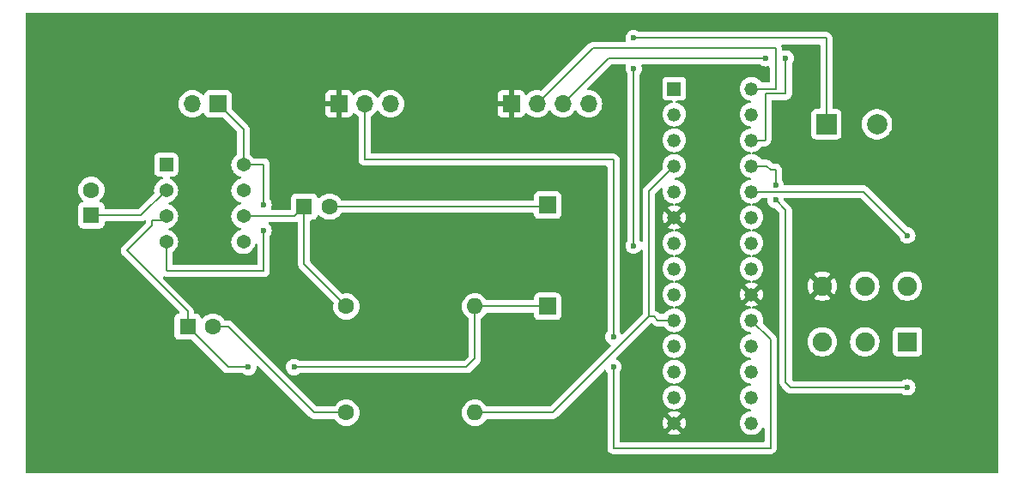
<source format=gbr>
%TF.GenerationSoftware,KiCad,Pcbnew,8.0.8*%
%TF.CreationDate,2025-02-26T21:24:02-07:00*%
%TF.ProjectId,Metal Detector,4d657461-6c20-4446-9574-6563746f722e,rev?*%
%TF.SameCoordinates,Original*%
%TF.FileFunction,Copper,L1,Top*%
%TF.FilePolarity,Positive*%
%FSLAX46Y46*%
G04 Gerber Fmt 4.6, Leading zero omitted, Abs format (unit mm)*
G04 Created by KiCad (PCBNEW 8.0.8) date 2025-02-26 21:24:02*
%MOMM*%
%LPD*%
G01*
G04 APERTURE LIST*
%TA.AperFunction,ComponentPad*%
%ADD10R,1.371600X1.371600*%
%TD*%
%TA.AperFunction,ComponentPad*%
%ADD11C,1.371600*%
%TD*%
%TA.AperFunction,ComponentPad*%
%ADD12R,1.700000X1.700000*%
%TD*%
%TA.AperFunction,ComponentPad*%
%ADD13O,1.700000X1.700000*%
%TD*%
%TA.AperFunction,ComponentPad*%
%ADD14C,1.600000*%
%TD*%
%TA.AperFunction,ComponentPad*%
%ADD15O,1.600000X1.600000*%
%TD*%
%TA.AperFunction,ComponentPad*%
%ADD16R,2.000000X2.000000*%
%TD*%
%TA.AperFunction,ComponentPad*%
%ADD17C,2.000000*%
%TD*%
%TA.AperFunction,ComponentPad*%
%ADD18R,1.600000X1.600000*%
%TD*%
%TA.AperFunction,ComponentPad*%
%ADD19R,1.900000X1.900000*%
%TD*%
%TA.AperFunction,ComponentPad*%
%ADD20C,1.900000*%
%TD*%
%TA.AperFunction,ComponentPad*%
%ADD21R,1.320800X1.320800*%
%TD*%
%TA.AperFunction,ComponentPad*%
%ADD22C,1.320800*%
%TD*%
%TA.AperFunction,ViaPad*%
%ADD23C,0.600000*%
%TD*%
%TA.AperFunction,Conductor*%
%ADD24C,0.200000*%
%TD*%
G04 APERTURE END LIST*
D10*
%TO.P,U1,1,GND*%
%TO.N,GND*%
X64880000Y-34500000D03*
D11*
%TO.P,U1,2,TR*%
%TO.N,Net-(U1-THR)*%
X64880000Y-37040000D03*
%TO.P,U1,3,Q*%
%TO.N,Inductor*%
X64880000Y-39580000D03*
%TO.P,U1,4,R*%
%TO.N,9v*%
X64880000Y-42120000D03*
%TO.P,U1,5,CV*%
%TO.N,unconnected-(U1-CV-Pad5)*%
X72500000Y-42120000D03*
%TO.P,U1,6,THR*%
%TO.N,Net-(U1-THR)*%
X72500000Y-39580000D03*
%TO.P,U1,7,DIS*%
%TO.N,unconnected-(U1-DIS-Pad7)*%
X72500000Y-37040000D03*
%TO.P,U1,8,VCC*%
%TO.N,9v*%
X72500000Y-34500000D03*
%TD*%
D12*
%TO.P,J5,1,Pin_1*%
%TO.N,Inductor*%
X102500000Y-48500000D03*
%TD*%
%TO.P,J4,1,Pin_1*%
%TO.N,5V*%
X98920000Y-28500000D03*
D13*
%TO.P,J4,2,Pin_2*%
%TO.N,TRIGGER output*%
X101460000Y-28500000D03*
%TO.P,J4,3,Pin_3*%
%TO.N,ECHO input*%
X104000000Y-28500000D03*
%TO.P,J4,4,Pin_4*%
%TO.N,GND*%
X106540000Y-28500000D03*
%TD*%
D14*
%TO.P,R1,1*%
%TO.N,Net-(U1-THR)*%
X82650000Y-48500000D03*
D15*
%TO.P,R1,2*%
%TO.N,Inductor*%
X95350000Y-48500000D03*
%TD*%
D12*
%TO.P,J1,1,Pin_1*%
%TO.N,9v*%
X70000000Y-28500000D03*
D13*
%TO.P,J1,2,Pin_2*%
%TO.N,GND*%
X67460000Y-28500000D03*
%TD*%
D12*
%TO.P,J3,1,Pin_1*%
%TO.N,Inductor2*%
X102500000Y-38500000D03*
%TD*%
D16*
%TO.P,BZ1,1,+*%
%TO.N,Net-(BZ1-+)*%
X130000000Y-30500000D03*
D17*
%TO.P,BZ1,2,-*%
%TO.N,GND*%
X135000000Y-30500000D03*
%TD*%
D18*
%TO.P,C1,1*%
%TO.N,Net-(U1-THR)*%
X57500000Y-39500000D03*
D14*
%TO.P,C1,2*%
%TO.N,GND*%
X57500000Y-37000000D03*
%TD*%
D12*
%TO.P,J9,1,Pin_1*%
%TO.N,5V*%
X81920000Y-28500000D03*
D13*
%TO.P,J9,2,Pin_2*%
%TO.N,Net-(J9-Pin_2)*%
X84460000Y-28500000D03*
%TO.P,J9,3,Pin_3*%
%TO.N,GND*%
X87000000Y-28500000D03*
%TD*%
D19*
%TO.P,J2,1,1*%
%TO.N,Net-(U2-PA3)*%
X138000000Y-52000000D03*
D20*
%TO.P,J2,2,2*%
%TO.N,GND*%
X133800000Y-52000000D03*
%TO.P,J2,3,3*%
%TO.N,unconnected-(J2-Pad3)*%
X129600000Y-52000000D03*
%TO.P,J2,4,4*%
%TO.N,Net-(U2-PA2)*%
X138000000Y-46500000D03*
%TO.P,J2,5,5*%
%TO.N,unconnected-(J2-Pad5)*%
X133800000Y-46500000D03*
%TO.P,J2,6,6*%
%TO.N,5V*%
X129600000Y-46500000D03*
%TD*%
D14*
%TO.P,R2,1*%
%TO.N,Net-(C3-Pad2)*%
X82650000Y-59000000D03*
D15*
%TO.P,R2,2*%
%TO.N,Net-(U2-PA5)*%
X95350000Y-59000000D03*
%TD*%
D18*
%TO.P,C2,1*%
%TO.N,Net-(U1-THR)*%
X78500000Y-38642500D03*
D14*
%TO.P,C2,2*%
%TO.N,Inductor2*%
X81000000Y-38642500D03*
%TD*%
D21*
%TO.P,U2,1,PA7*%
%TO.N,unconnected-(U2-PA7-Pad1)*%
X115000000Y-27000000D03*
D22*
%TO.P,U2,2,PC0*%
%TO.N,unconnected-(U2-PC0-Pad2)*%
X115000000Y-29540000D03*
%TO.P,U2,3,PC1*%
%TO.N,unconnected-(U2-PC1-Pad3)*%
X115000000Y-32080000D03*
%TO.P,U2,4,PC2*%
%TO.N,Net-(U2-PA5)*%
X115000000Y-34620000D03*
%TO.P,U2,5,PC3*%
%TO.N,unconnected-(U2-PC3-Pad5)*%
X115000000Y-37160000D03*
%TO.P,U2,6,VDDIO2*%
%TO.N,5V*%
X115000000Y-39700000D03*
%TO.P,U2,7,PD1*%
%TO.N,Net-(BZ1-+)*%
X115000000Y-42240000D03*
%TO.P,U2,8,PD2*%
%TO.N,unconnected-(U2-PD2-Pad8)*%
X115000000Y-44780000D03*
%TO.P,U2,9,PD3*%
%TO.N,unconnected-(U2-PD3-Pad9)*%
X115000000Y-47320000D03*
%TO.P,U2,10,PD4*%
%TO.N,Net-(U2-PA5)*%
X115000000Y-49860000D03*
%TO.P,U2,11,PD5*%
%TO.N,unconnected-(U2-PD5-Pad11)*%
X115000000Y-52400000D03*
%TO.P,U2,12,PD6*%
%TO.N,unconnected-(U2-PD6-Pad12)*%
X115000000Y-54940000D03*
%TO.P,U2,13,VREFA/PD7*%
%TO.N,unconnected-(U2-VREFA{slash}PD7-Pad13)*%
X115000000Y-57480000D03*
%TO.P,U2,14,AVDD*%
%TO.N,5V*%
X115000000Y-60020000D03*
%TO.P,U2,15,AGND*%
%TO.N,GND*%
X122620000Y-60020000D03*
%TO.P,U2,16,XTAL32K1/PF0*%
%TO.N,unconnected-(U2-XTAL32K1{slash}PF0-Pad16)*%
X122620000Y-57480000D03*
%TO.P,U2,17,XTAL32K2/PF1*%
%TO.N,unconnected-(U2-XTAL32K2{slash}PF1-Pad17)*%
X122620000Y-54940000D03*
%TO.P,U2,18,~{RESET}/PF6*%
%TO.N,unconnected-(U2-~{RESET}{slash}PF6-Pad18)*%
X122620000Y-52400000D03*
%TO.P,U2,19,UPDI*%
%TO.N,Net-(J9-Pin_2)*%
X122620000Y-49860000D03*
%TO.P,U2,20,VDD*%
%TO.N,5V*%
X122620000Y-47320000D03*
%TO.P,U2,21,GND*%
%TO.N,GND*%
X122620000Y-44780000D03*
%TO.P,U2,22,XTALHF1/PA0*%
%TO.N,unconnected-(U2-XTALHF1{slash}PA0-Pad22)*%
X122620000Y-42240000D03*
%TO.P,U2,23,XTALHF2/PA1*%
%TO.N,unconnected-(U2-XTALHF2{slash}PA1-Pad23)*%
X122620000Y-39700000D03*
%TO.P,U2,24,PA2*%
%TO.N,Net-(U2-PA2)*%
X122620000Y-37160000D03*
%TO.P,U2,25,PA3*%
%TO.N,Net-(U2-PA3)*%
X122620000Y-34620000D03*
%TO.P,U2,26,PA4*%
%TO.N,ECHO input*%
X122620000Y-32080000D03*
%TO.P,U2,27,PA5*%
%TO.N,Net-(U2-PA5)*%
X122620000Y-29540000D03*
%TO.P,U2,28,PA6*%
%TO.N,TRIGGER output*%
X122620000Y-27000000D03*
%TD*%
D18*
%TO.P,C3,1*%
%TO.N,Inductor*%
X67000000Y-50500000D03*
D14*
%TO.P,C3,2*%
%TO.N,Net-(C3-Pad2)*%
X69500000Y-50500000D03*
%TD*%
D23*
%TO.N,9v*%
X74500000Y-38500000D03*
X74500000Y-41000000D03*
%TO.N,Net-(BZ1-+)*%
X111000000Y-42500000D03*
X111000000Y-22000000D03*
X111000000Y-25000000D03*
%TO.N,Inductor*%
X73000000Y-54500000D03*
X77500000Y-54500000D03*
%TO.N,Net-(J9-Pin_2)*%
X109000000Y-51500000D03*
X109000000Y-54500000D03*
%TO.N,ECHO input*%
X126000000Y-24000000D03*
X124000000Y-24000000D03*
%TO.N,Net-(U2-PA2)*%
X138000000Y-41500000D03*
%TO.N,Net-(U2-PA3)*%
X125000000Y-38000000D03*
X138000000Y-56500000D03*
X125000000Y-36500000D03*
%TD*%
D24*
%TO.N,Net-(U2-PA5)*%
X113360000Y-49860000D02*
X115000000Y-49860000D01*
X113000000Y-49500000D02*
X113360000Y-49860000D01*
X112500000Y-49500000D02*
X113000000Y-49500000D01*
%TO.N,9v*%
X64880000Y-42120000D02*
X64880000Y-44880000D01*
X72500000Y-31000000D02*
X72500000Y-34500000D01*
X74500000Y-38500000D02*
X74500000Y-34500000D01*
X64880000Y-44880000D02*
X65000000Y-45000000D01*
X70000000Y-28500000D02*
X72500000Y-31000000D01*
X74500000Y-45000000D02*
X74500000Y-41000000D01*
X74500000Y-34500000D02*
X72500000Y-34500000D01*
X65000000Y-45000000D02*
X74500000Y-45000000D01*
%TO.N,Net-(BZ1-+)*%
X130000000Y-22000000D02*
X111000000Y-22000000D01*
X130000000Y-30500000D02*
X130000000Y-22000000D01*
X111000000Y-25000000D02*
X111000000Y-42500000D01*
%TO.N,Net-(U1-THR)*%
X62420000Y-39500000D02*
X64880000Y-37040000D01*
X57500000Y-39500000D02*
X62420000Y-39500000D01*
X77562500Y-39580000D02*
X78500000Y-38642500D01*
X78500000Y-38642500D02*
X78500000Y-44350000D01*
X72500000Y-39580000D02*
X77562500Y-39580000D01*
X78500000Y-44350000D02*
X82650000Y-48500000D01*
%TO.N,Inductor*%
X95350000Y-48500000D02*
X102500000Y-48500000D01*
X63500000Y-40500000D02*
X63500000Y-40000000D01*
X63500000Y-40000000D02*
X64460000Y-40000000D01*
X95350000Y-53650000D02*
X94500000Y-54500000D01*
X61000000Y-43000000D02*
X63500000Y-40500000D01*
X67000000Y-50500000D02*
X67000000Y-49000000D01*
X71000000Y-54500000D02*
X73000000Y-54500000D01*
X67000000Y-49000000D02*
X61000000Y-43000000D01*
X64460000Y-40000000D02*
X64880000Y-39580000D01*
X67000000Y-50500000D02*
X71000000Y-54500000D01*
X94500000Y-54500000D02*
X77500000Y-54500000D01*
X95350000Y-48500000D02*
X95350000Y-53650000D01*
%TO.N,Net-(J9-Pin_2)*%
X84460000Y-28500000D02*
X84460000Y-33960000D01*
X124500000Y-62500000D02*
X124500000Y-51740000D01*
X109000000Y-34000000D02*
X109000000Y-51500000D01*
X84460000Y-33960000D02*
X84500000Y-34000000D01*
X84500000Y-34000000D02*
X109000000Y-34000000D01*
X109000000Y-54500000D02*
X109000000Y-62500000D01*
X109000000Y-62500000D02*
X124500000Y-62500000D01*
X124500000Y-51740000D02*
X122620000Y-49860000D01*
%TO.N,Net-(U2-PA5)*%
X112500000Y-49500000D02*
X112500000Y-37120000D01*
X112500000Y-37120000D02*
X115000000Y-34620000D01*
X95350000Y-59000000D02*
X103000000Y-59000000D01*
X103000000Y-59000000D02*
X112500000Y-49500000D01*
%TO.N,ECHO input*%
X108500000Y-24000000D02*
X124000000Y-24000000D01*
X124000000Y-27500000D02*
X124000000Y-32000000D01*
X126000000Y-27500000D02*
X124000000Y-27500000D01*
X124000000Y-32000000D02*
X123920000Y-32080000D01*
X123920000Y-32080000D02*
X122620000Y-32080000D01*
X126000000Y-24000000D02*
X126000000Y-27500000D01*
X104000000Y-28500000D02*
X108500000Y-24000000D01*
%TO.N,Net-(U2-PA2)*%
X138000000Y-41500000D02*
X133660000Y-37160000D01*
X133660000Y-37160000D02*
X122620000Y-37160000D01*
%TO.N,TRIGGER output*%
X125000000Y-23000000D02*
X125000000Y-27000000D01*
X125000000Y-27000000D02*
X122620000Y-27000000D01*
X106960000Y-23000000D02*
X125000000Y-23000000D01*
X101460000Y-28500000D02*
X106960000Y-23000000D01*
%TO.N,Net-(U2-PA3)*%
X126500000Y-56500000D02*
X126000000Y-56000000D01*
X124120000Y-34620000D02*
X122620000Y-34620000D01*
X126000000Y-39000000D02*
X125000000Y-38000000D01*
X126000000Y-56000000D02*
X126000000Y-39000000D01*
X125000000Y-36500000D02*
X125000000Y-35000000D01*
X138000000Y-56500000D02*
X126500000Y-56500000D01*
X125000000Y-35000000D02*
X124500000Y-35000000D01*
X124500000Y-35000000D02*
X124120000Y-34620000D01*
X138000000Y-52000000D02*
X137532233Y-52000000D01*
%TO.N,Net-(C3-Pad2)*%
X79500000Y-59000000D02*
X82650000Y-59000000D01*
X69500000Y-50500000D02*
X71000000Y-50500000D01*
X71000000Y-50500000D02*
X79500000Y-59000000D01*
%TO.N,Inductor2*%
X102500000Y-38500000D02*
X102357500Y-38642500D01*
X102357500Y-38642500D02*
X81000000Y-38642500D01*
%TD*%
%TA.AperFunction,Conductor*%
%TO.N,5V*%
G36*
X123484627Y-24620185D02*
G01*
X123494903Y-24627555D01*
X123497736Y-24629814D01*
X123497738Y-24629816D01*
X123650478Y-24725789D01*
X123820742Y-24785367D01*
X123820745Y-24785368D01*
X123820750Y-24785369D01*
X123999996Y-24805565D01*
X124000000Y-24805565D01*
X124000004Y-24805565D01*
X124179249Y-24785369D01*
X124179250Y-24785368D01*
X124179255Y-24785368D01*
X124234545Y-24766020D01*
X124304322Y-24762458D01*
X124364950Y-24797186D01*
X124397178Y-24859179D01*
X124399500Y-24883062D01*
X124399500Y-26275500D01*
X124379815Y-26342539D01*
X124327011Y-26388294D01*
X124275500Y-26399500D01*
X123682997Y-26399500D01*
X123615958Y-26379815D01*
X123584046Y-26350230D01*
X123481591Y-26214556D01*
X123481586Y-26214551D01*
X123481585Y-26214550D01*
X123322597Y-26069614D01*
X123282811Y-26044979D01*
X123139674Y-25956353D01*
X122939056Y-25878633D01*
X122727573Y-25839100D01*
X122512427Y-25839100D01*
X122300944Y-25878633D01*
X122174075Y-25927782D01*
X122100328Y-25956352D01*
X122100327Y-25956352D01*
X121917402Y-26069614D01*
X121758414Y-26214550D01*
X121758407Y-26214558D01*
X121628760Y-26386239D01*
X121628751Y-26386253D01*
X121532860Y-26578827D01*
X121532855Y-26578840D01*
X121473977Y-26785771D01*
X121454127Y-26999999D01*
X121454127Y-27000000D01*
X121473977Y-27214228D01*
X121532855Y-27421159D01*
X121532860Y-27421172D01*
X121628751Y-27613746D01*
X121628753Y-27613749D01*
X121628755Y-27613753D01*
X121628758Y-27613757D01*
X121628760Y-27613760D01*
X121639966Y-27628599D01*
X121758409Y-27785444D01*
X121758412Y-27785446D01*
X121758414Y-27785449D01*
X121917402Y-27930385D01*
X121917404Y-27930386D01*
X121917405Y-27930387D01*
X122100326Y-28043647D01*
X122300944Y-28121367D01*
X122444015Y-28148111D01*
X122506295Y-28179779D01*
X122541568Y-28240092D01*
X122538634Y-28309900D01*
X122498425Y-28367040D01*
X122444015Y-28391888D01*
X122300944Y-28418633D01*
X122174075Y-28467782D01*
X122100328Y-28496352D01*
X122100327Y-28496352D01*
X121917402Y-28609614D01*
X121758414Y-28754550D01*
X121758407Y-28754558D01*
X121628760Y-28926239D01*
X121628751Y-28926253D01*
X121532860Y-29118827D01*
X121532855Y-29118840D01*
X121473977Y-29325771D01*
X121454127Y-29539999D01*
X121454127Y-29540000D01*
X121473977Y-29754228D01*
X121532855Y-29961159D01*
X121532860Y-29961172D01*
X121628751Y-30153746D01*
X121628753Y-30153749D01*
X121628755Y-30153753D01*
X121758409Y-30325444D01*
X121758412Y-30325446D01*
X121758414Y-30325449D01*
X121917402Y-30470385D01*
X121917404Y-30470386D01*
X121917405Y-30470387D01*
X122100326Y-30583647D01*
X122300944Y-30661367D01*
X122444015Y-30688111D01*
X122506295Y-30719779D01*
X122541568Y-30780092D01*
X122538634Y-30849900D01*
X122498425Y-30907040D01*
X122444015Y-30931888D01*
X122300944Y-30958633D01*
X122222865Y-30988881D01*
X122100328Y-31036352D01*
X122100327Y-31036352D01*
X121917402Y-31149614D01*
X121758414Y-31294550D01*
X121758407Y-31294558D01*
X121628760Y-31466239D01*
X121628751Y-31466253D01*
X121532860Y-31658827D01*
X121532855Y-31658840D01*
X121473977Y-31865771D01*
X121454127Y-32079999D01*
X121454127Y-32080000D01*
X121473977Y-32294228D01*
X121532855Y-32501159D01*
X121532860Y-32501172D01*
X121628751Y-32693746D01*
X121628753Y-32693749D01*
X121628755Y-32693753D01*
X121628758Y-32693757D01*
X121628760Y-32693760D01*
X121696008Y-32782811D01*
X121758409Y-32865444D01*
X121758412Y-32865446D01*
X121758414Y-32865449D01*
X121917402Y-33010385D01*
X121917404Y-33010386D01*
X121917405Y-33010387D01*
X122100326Y-33123647D01*
X122300944Y-33201367D01*
X122444015Y-33228111D01*
X122506295Y-33259779D01*
X122541568Y-33320092D01*
X122538634Y-33389900D01*
X122498425Y-33447040D01*
X122444015Y-33471888D01*
X122300944Y-33498633D01*
X122174075Y-33547782D01*
X122100328Y-33576352D01*
X122100327Y-33576352D01*
X121917402Y-33689614D01*
X121758414Y-33834550D01*
X121758407Y-33834558D01*
X121628760Y-34006239D01*
X121628751Y-34006253D01*
X121532860Y-34198827D01*
X121532855Y-34198840D01*
X121473977Y-34405771D01*
X121454127Y-34619999D01*
X121454127Y-34620000D01*
X121473977Y-34834228D01*
X121532855Y-35041159D01*
X121532860Y-35041172D01*
X121628751Y-35233746D01*
X121628753Y-35233749D01*
X121628755Y-35233753D01*
X121628758Y-35233757D01*
X121628760Y-35233760D01*
X121673709Y-35293282D01*
X121758409Y-35405444D01*
X121758412Y-35405446D01*
X121758414Y-35405449D01*
X121917402Y-35550385D01*
X121917404Y-35550386D01*
X121917405Y-35550387D01*
X122100326Y-35663647D01*
X122300944Y-35741367D01*
X122444015Y-35768111D01*
X122506295Y-35799779D01*
X122541568Y-35860092D01*
X122538634Y-35929900D01*
X122498425Y-35987040D01*
X122444015Y-36011888D01*
X122300944Y-36038633D01*
X122174075Y-36087782D01*
X122100328Y-36116352D01*
X122100327Y-36116352D01*
X121917402Y-36229614D01*
X121758414Y-36374550D01*
X121758407Y-36374558D01*
X121628760Y-36546239D01*
X121628751Y-36546253D01*
X121532860Y-36738827D01*
X121532855Y-36738840D01*
X121473977Y-36945771D01*
X121454127Y-37159999D01*
X121454127Y-37160000D01*
X121473977Y-37374228D01*
X121532855Y-37581159D01*
X121532860Y-37581172D01*
X121628751Y-37773746D01*
X121628753Y-37773749D01*
X121628755Y-37773753D01*
X121628758Y-37773757D01*
X121628760Y-37773760D01*
X121678130Y-37839137D01*
X121758409Y-37945444D01*
X121758412Y-37945446D01*
X121758414Y-37945449D01*
X121917402Y-38090385D01*
X121917404Y-38090386D01*
X121917405Y-38090387D01*
X122100326Y-38203647D01*
X122300944Y-38281367D01*
X122444015Y-38308111D01*
X122506295Y-38339779D01*
X122541568Y-38400092D01*
X122538634Y-38469900D01*
X122498425Y-38527040D01*
X122444015Y-38551888D01*
X122300944Y-38578633D01*
X122174075Y-38627782D01*
X122100328Y-38656352D01*
X122100327Y-38656352D01*
X121917402Y-38769614D01*
X121758414Y-38914550D01*
X121758407Y-38914558D01*
X121628760Y-39086239D01*
X121628751Y-39086253D01*
X121532860Y-39278827D01*
X121532855Y-39278840D01*
X121473977Y-39485771D01*
X121454127Y-39699999D01*
X121454127Y-39700000D01*
X121473977Y-39914228D01*
X121532855Y-40121159D01*
X121532860Y-40121172D01*
X121628751Y-40313746D01*
X121628753Y-40313749D01*
X121628755Y-40313753D01*
X121628758Y-40313757D01*
X121628760Y-40313760D01*
X121671369Y-40370184D01*
X121758409Y-40485444D01*
X121758412Y-40485446D01*
X121758414Y-40485449D01*
X121917402Y-40630385D01*
X121917404Y-40630386D01*
X121917405Y-40630387D01*
X122100326Y-40743647D01*
X122300944Y-40821367D01*
X122444015Y-40848111D01*
X122506295Y-40879779D01*
X122541568Y-40940092D01*
X122538634Y-41009900D01*
X122498425Y-41067040D01*
X122444015Y-41091888D01*
X122300944Y-41118633D01*
X122218748Y-41150476D01*
X122100328Y-41196352D01*
X122100327Y-41196352D01*
X121917402Y-41309614D01*
X121758414Y-41454550D01*
X121758407Y-41454558D01*
X121628760Y-41626239D01*
X121628751Y-41626253D01*
X121532860Y-41818827D01*
X121532855Y-41818840D01*
X121473977Y-42025771D01*
X121454127Y-42239999D01*
X121454127Y-42240000D01*
X121473977Y-42454228D01*
X121532855Y-42661159D01*
X121532860Y-42661172D01*
X121628751Y-42853746D01*
X121628753Y-42853749D01*
X121628755Y-42853753D01*
X121758409Y-43025444D01*
X121758412Y-43025446D01*
X121758414Y-43025449D01*
X121917402Y-43170385D01*
X121917404Y-43170386D01*
X121917405Y-43170387D01*
X122100326Y-43283647D01*
X122300944Y-43361367D01*
X122444015Y-43388111D01*
X122506295Y-43419779D01*
X122541568Y-43480092D01*
X122538634Y-43549900D01*
X122498425Y-43607040D01*
X122444015Y-43631888D01*
X122300944Y-43658633D01*
X122174075Y-43707782D01*
X122100328Y-43736352D01*
X122100327Y-43736352D01*
X121917402Y-43849614D01*
X121758414Y-43994550D01*
X121758407Y-43994558D01*
X121628760Y-44166239D01*
X121628751Y-44166253D01*
X121532860Y-44358827D01*
X121532855Y-44358840D01*
X121473977Y-44565771D01*
X121454127Y-44779999D01*
X121454127Y-44780000D01*
X121473977Y-44994228D01*
X121532855Y-45201159D01*
X121532860Y-45201172D01*
X121628751Y-45393746D01*
X121628753Y-45393749D01*
X121628755Y-45393753D01*
X121758409Y-45565444D01*
X121758412Y-45565446D01*
X121758414Y-45565449D01*
X121917402Y-45710385D01*
X121917404Y-45710386D01*
X121917405Y-45710387D01*
X122100326Y-45823647D01*
X122300944Y-45901367D01*
X122445375Y-45928365D01*
X122507655Y-45960033D01*
X122542928Y-46020346D01*
X122539994Y-46090154D01*
X122499785Y-46147294D01*
X122445374Y-46172143D01*
X122301083Y-46199116D01*
X122301082Y-46199116D01*
X122100552Y-46276801D01*
X121995437Y-46341884D01*
X122567154Y-46913600D01*
X122566496Y-46913600D01*
X122463135Y-46941295D01*
X122370464Y-46994799D01*
X122294799Y-47070464D01*
X122241295Y-47163135D01*
X122213600Y-47266496D01*
X122213600Y-47267153D01*
X121639411Y-46692964D01*
X121629179Y-46706515D01*
X121533325Y-46899015D01*
X121474471Y-47105868D01*
X121454629Y-47320000D01*
X121474471Y-47534131D01*
X121533325Y-47740984D01*
X121629182Y-47933489D01*
X121639410Y-47947034D01*
X121639411Y-47947035D01*
X122213600Y-47372846D01*
X122213600Y-47373504D01*
X122241295Y-47476865D01*
X122294799Y-47569536D01*
X122370464Y-47645201D01*
X122463135Y-47698705D01*
X122566496Y-47726400D01*
X122567153Y-47726400D01*
X121995437Y-48298114D01*
X122100551Y-48363197D01*
X122301082Y-48440883D01*
X122445374Y-48467856D01*
X122507655Y-48499524D01*
X122542928Y-48559836D01*
X122539994Y-48629644D01*
X122499786Y-48686785D01*
X122445375Y-48711634D01*
X122373841Y-48725006D01*
X122300944Y-48738633D01*
X122224600Y-48768209D01*
X122100328Y-48816352D01*
X122100327Y-48816352D01*
X121917402Y-48929614D01*
X121758414Y-49074550D01*
X121758407Y-49074558D01*
X121628760Y-49246239D01*
X121628751Y-49246253D01*
X121532860Y-49438827D01*
X121532855Y-49438840D01*
X121473977Y-49645771D01*
X121454127Y-49859999D01*
X121454127Y-49860000D01*
X121473977Y-50074228D01*
X121532855Y-50281159D01*
X121532860Y-50281172D01*
X121628751Y-50473746D01*
X121628753Y-50473749D01*
X121628755Y-50473753D01*
X121628758Y-50473757D01*
X121628760Y-50473760D01*
X121685956Y-50549500D01*
X121758409Y-50645444D01*
X121758412Y-50645446D01*
X121758414Y-50645449D01*
X121917402Y-50790385D01*
X121917404Y-50790386D01*
X121917405Y-50790387D01*
X122100326Y-50903647D01*
X122300944Y-50981367D01*
X122444015Y-51008111D01*
X122506295Y-51039779D01*
X122541568Y-51100092D01*
X122538634Y-51169900D01*
X122498425Y-51227040D01*
X122444015Y-51251888D01*
X122300944Y-51278633D01*
X122192241Y-51320745D01*
X122100328Y-51356352D01*
X122100327Y-51356352D01*
X121917402Y-51469614D01*
X121758414Y-51614550D01*
X121758407Y-51614558D01*
X121628760Y-51786239D01*
X121628751Y-51786253D01*
X121532860Y-51978827D01*
X121532855Y-51978840D01*
X121473977Y-52185771D01*
X121454127Y-52399999D01*
X121454127Y-52400000D01*
X121473977Y-52614228D01*
X121532855Y-52821159D01*
X121532860Y-52821172D01*
X121628751Y-53013746D01*
X121628753Y-53013749D01*
X121628755Y-53013753D01*
X121758409Y-53185444D01*
X121758412Y-53185446D01*
X121758414Y-53185449D01*
X121917402Y-53330385D01*
X121917404Y-53330386D01*
X121917405Y-53330387D01*
X122100326Y-53443647D01*
X122300944Y-53521367D01*
X122444015Y-53548111D01*
X122506295Y-53579779D01*
X122541568Y-53640092D01*
X122538634Y-53709900D01*
X122498425Y-53767040D01*
X122444015Y-53791888D01*
X122300944Y-53818633D01*
X122185953Y-53863181D01*
X122100328Y-53896352D01*
X122100327Y-53896352D01*
X121917402Y-54009614D01*
X121758414Y-54154550D01*
X121758407Y-54154558D01*
X121628760Y-54326239D01*
X121628751Y-54326253D01*
X121532860Y-54518827D01*
X121532855Y-54518840D01*
X121473977Y-54725771D01*
X121454127Y-54939999D01*
X121454127Y-54940000D01*
X121473977Y-55154228D01*
X121532855Y-55361159D01*
X121532860Y-55361172D01*
X121628751Y-55553746D01*
X121628753Y-55553749D01*
X121628755Y-55553753D01*
X121758409Y-55725444D01*
X121758412Y-55725446D01*
X121758414Y-55725449D01*
X121917402Y-55870385D01*
X121917404Y-55870386D01*
X121917405Y-55870387D01*
X122100326Y-55983647D01*
X122300944Y-56061367D01*
X122444015Y-56088111D01*
X122506295Y-56119779D01*
X122541568Y-56180092D01*
X122538634Y-56249900D01*
X122498425Y-56307040D01*
X122444015Y-56331888D01*
X122300944Y-56358633D01*
X122174075Y-56407782D01*
X122100328Y-56436352D01*
X122100327Y-56436352D01*
X121917402Y-56549614D01*
X121758414Y-56694550D01*
X121758407Y-56694558D01*
X121628760Y-56866239D01*
X121628751Y-56866253D01*
X121532860Y-57058827D01*
X121532855Y-57058840D01*
X121473977Y-57265771D01*
X121454127Y-57479999D01*
X121454127Y-57480000D01*
X121473977Y-57694228D01*
X121532855Y-57901159D01*
X121532860Y-57901172D01*
X121628751Y-58093746D01*
X121628753Y-58093749D01*
X121628755Y-58093753D01*
X121758409Y-58265444D01*
X121758412Y-58265446D01*
X121758414Y-58265449D01*
X121917402Y-58410385D01*
X121917404Y-58410386D01*
X121917405Y-58410387D01*
X122100326Y-58523647D01*
X122300944Y-58601367D01*
X122444015Y-58628111D01*
X122506295Y-58659779D01*
X122541568Y-58720092D01*
X122538634Y-58789900D01*
X122498425Y-58847040D01*
X122444015Y-58871888D01*
X122300944Y-58898633D01*
X122174075Y-58947782D01*
X122100328Y-58976352D01*
X122100327Y-58976352D01*
X121917402Y-59089614D01*
X121758414Y-59234550D01*
X121758407Y-59234558D01*
X121628760Y-59406239D01*
X121628751Y-59406253D01*
X121532860Y-59598827D01*
X121532855Y-59598840D01*
X121473977Y-59805771D01*
X121454127Y-60019999D01*
X121454127Y-60020000D01*
X121473977Y-60234228D01*
X121532855Y-60441159D01*
X121532860Y-60441172D01*
X121628751Y-60633746D01*
X121628753Y-60633749D01*
X121628755Y-60633753D01*
X121758409Y-60805444D01*
X121758412Y-60805446D01*
X121758414Y-60805449D01*
X121917402Y-60950385D01*
X121917404Y-60950386D01*
X121917405Y-60950387D01*
X122100326Y-61063647D01*
X122300944Y-61141367D01*
X122512427Y-61180900D01*
X122512429Y-61180900D01*
X122727571Y-61180900D01*
X122727573Y-61180900D01*
X122939056Y-61141367D01*
X123139674Y-61063647D01*
X123322595Y-60950387D01*
X123481591Y-60805444D01*
X123611245Y-60633753D01*
X123664500Y-60526803D01*
X123712003Y-60475566D01*
X123779666Y-60458145D01*
X123846006Y-60480071D01*
X123889961Y-60534382D01*
X123899500Y-60582075D01*
X123899500Y-61775500D01*
X123879815Y-61842539D01*
X123827011Y-61888294D01*
X123775500Y-61899500D01*
X109724500Y-61899500D01*
X109657461Y-61879815D01*
X109611706Y-61827011D01*
X109600500Y-61775500D01*
X109600500Y-55082412D01*
X109620185Y-55015373D01*
X109627555Y-55005097D01*
X109629810Y-55002267D01*
X109629816Y-55002262D01*
X109725789Y-54849522D01*
X109785368Y-54679255D01*
X109789890Y-54639124D01*
X109805565Y-54500003D01*
X109805565Y-54499996D01*
X109785369Y-54320750D01*
X109785368Y-54320745D01*
X109725789Y-54150478D01*
X109629816Y-53997738D01*
X109502262Y-53870184D01*
X109420219Y-53818633D01*
X109349521Y-53774210D01*
X109332447Y-53768236D01*
X109275671Y-53727514D01*
X109249923Y-53662562D01*
X109263379Y-53594000D01*
X109285717Y-53563516D01*
X112662322Y-50186912D01*
X112723641Y-50153430D01*
X112793333Y-50158414D01*
X112837680Y-50186915D01*
X112875139Y-50224374D01*
X112875149Y-50224385D01*
X112879479Y-50228715D01*
X112879480Y-50228716D01*
X112991284Y-50340520D01*
X113078095Y-50390639D01*
X113078097Y-50390641D01*
X113116151Y-50412611D01*
X113128215Y-50419577D01*
X113280943Y-50460501D01*
X113280946Y-50460501D01*
X113446653Y-50460501D01*
X113446669Y-50460500D01*
X113937003Y-50460500D01*
X114004042Y-50480185D01*
X114035953Y-50509769D01*
X114138409Y-50645444D01*
X114138412Y-50645446D01*
X114138413Y-50645448D01*
X114138414Y-50645449D01*
X114297402Y-50790385D01*
X114297404Y-50790386D01*
X114297405Y-50790387D01*
X114480326Y-50903647D01*
X114680944Y-50981367D01*
X114824015Y-51008111D01*
X114886295Y-51039779D01*
X114921568Y-51100092D01*
X114918634Y-51169900D01*
X114878425Y-51227040D01*
X114824015Y-51251888D01*
X114680944Y-51278633D01*
X114572241Y-51320745D01*
X114480328Y-51356352D01*
X114480327Y-51356352D01*
X114297402Y-51469614D01*
X114138414Y-51614550D01*
X114138407Y-51614558D01*
X114008760Y-51786239D01*
X114008751Y-51786253D01*
X113912860Y-51978827D01*
X113912855Y-51978840D01*
X113853977Y-52185771D01*
X113834127Y-52399999D01*
X113834127Y-52400000D01*
X113853977Y-52614228D01*
X113912855Y-52821159D01*
X113912860Y-52821172D01*
X114008751Y-53013746D01*
X114008753Y-53013749D01*
X114008755Y-53013753D01*
X114138409Y-53185444D01*
X114138412Y-53185446D01*
X114138414Y-53185449D01*
X114297402Y-53330385D01*
X114297404Y-53330386D01*
X114297405Y-53330387D01*
X114480326Y-53443647D01*
X114680944Y-53521367D01*
X114824015Y-53548111D01*
X114886295Y-53579779D01*
X114921568Y-53640092D01*
X114918634Y-53709900D01*
X114878425Y-53767040D01*
X114824015Y-53791888D01*
X114680944Y-53818633D01*
X114565953Y-53863181D01*
X114480328Y-53896352D01*
X114480327Y-53896352D01*
X114297402Y-54009614D01*
X114138414Y-54154550D01*
X114138407Y-54154558D01*
X114008760Y-54326239D01*
X114008751Y-54326253D01*
X113912860Y-54518827D01*
X113912855Y-54518840D01*
X113853977Y-54725771D01*
X113834127Y-54939999D01*
X113834127Y-54940000D01*
X113853977Y-55154228D01*
X113912855Y-55361159D01*
X113912860Y-55361172D01*
X114008751Y-55553746D01*
X114008753Y-55553749D01*
X114008755Y-55553753D01*
X114138409Y-55725444D01*
X114138412Y-55725446D01*
X114138414Y-55725449D01*
X114297402Y-55870385D01*
X114297404Y-55870386D01*
X114297405Y-55870387D01*
X114480326Y-55983647D01*
X114680944Y-56061367D01*
X114824015Y-56088111D01*
X114886295Y-56119779D01*
X114921568Y-56180092D01*
X114918634Y-56249900D01*
X114878425Y-56307040D01*
X114824015Y-56331888D01*
X114680944Y-56358633D01*
X114554075Y-56407782D01*
X114480328Y-56436352D01*
X114480327Y-56436352D01*
X114297402Y-56549614D01*
X114138414Y-56694550D01*
X114138407Y-56694558D01*
X114008760Y-56866239D01*
X114008751Y-56866253D01*
X113912860Y-57058827D01*
X113912855Y-57058840D01*
X113853977Y-57265771D01*
X113834127Y-57479999D01*
X113834127Y-57480000D01*
X113853977Y-57694228D01*
X113912855Y-57901159D01*
X113912860Y-57901172D01*
X114008751Y-58093746D01*
X114008753Y-58093749D01*
X114008755Y-58093753D01*
X114138409Y-58265444D01*
X114138412Y-58265446D01*
X114138414Y-58265449D01*
X114297402Y-58410385D01*
X114297404Y-58410386D01*
X114297405Y-58410387D01*
X114480326Y-58523647D01*
X114680944Y-58601367D01*
X114825375Y-58628365D01*
X114887655Y-58660033D01*
X114922928Y-58720346D01*
X114919994Y-58790154D01*
X114879785Y-58847294D01*
X114825374Y-58872143D01*
X114681083Y-58899116D01*
X114681082Y-58899116D01*
X114480552Y-58976801D01*
X114375437Y-59041884D01*
X114947154Y-59613600D01*
X114946496Y-59613600D01*
X114843135Y-59641295D01*
X114750464Y-59694799D01*
X114674799Y-59770464D01*
X114621295Y-59863135D01*
X114593600Y-59966496D01*
X114593600Y-59967153D01*
X114019411Y-59392964D01*
X114009179Y-59406515D01*
X113913325Y-59599015D01*
X113854471Y-59805868D01*
X113834629Y-60020000D01*
X113854471Y-60234131D01*
X113913325Y-60440984D01*
X114009182Y-60633489D01*
X114019410Y-60647034D01*
X114019411Y-60647035D01*
X114593600Y-60072846D01*
X114593600Y-60073504D01*
X114621295Y-60176865D01*
X114674799Y-60269536D01*
X114750464Y-60345201D01*
X114843135Y-60398705D01*
X114946496Y-60426400D01*
X114947153Y-60426400D01*
X114375437Y-60998114D01*
X114480551Y-61063197D01*
X114681083Y-61140883D01*
X114892475Y-61180400D01*
X115107525Y-61180400D01*
X115318916Y-61140883D01*
X115318926Y-61140880D01*
X115519450Y-61063197D01*
X115519452Y-61063196D01*
X115624561Y-60998114D01*
X115052848Y-60426400D01*
X115053504Y-60426400D01*
X115156865Y-60398705D01*
X115249536Y-60345201D01*
X115325201Y-60269536D01*
X115378705Y-60176865D01*
X115406400Y-60073504D01*
X115406400Y-60072847D01*
X115980588Y-60647035D01*
X115990816Y-60633491D01*
X116086674Y-60440984D01*
X116145528Y-60234131D01*
X116165370Y-60020000D01*
X116145528Y-59805868D01*
X116086674Y-59599015D01*
X115990821Y-59406517D01*
X115990813Y-59406504D01*
X115980587Y-59392963D01*
X115406400Y-59967151D01*
X115406400Y-59966496D01*
X115378705Y-59863135D01*
X115325201Y-59770464D01*
X115249536Y-59694799D01*
X115156865Y-59641295D01*
X115053504Y-59613600D01*
X115052847Y-59613600D01*
X115624561Y-59041884D01*
X115624560Y-59041883D01*
X115519454Y-58976804D01*
X115519448Y-58976802D01*
X115318916Y-58899116D01*
X115174625Y-58872143D01*
X115112344Y-58840475D01*
X115077071Y-58780162D01*
X115080005Y-58710354D01*
X115120214Y-58653214D01*
X115174621Y-58628366D01*
X115319056Y-58601367D01*
X115519674Y-58523647D01*
X115702595Y-58410387D01*
X115861591Y-58265444D01*
X115991245Y-58093753D01*
X116087144Y-57901162D01*
X116146022Y-57694229D01*
X116165873Y-57480000D01*
X116146022Y-57265771D01*
X116087144Y-57058838D01*
X116078093Y-57040662D01*
X115991248Y-56866253D01*
X115991247Y-56866252D01*
X115991245Y-56866247D01*
X115861591Y-56694556D01*
X115861587Y-56694552D01*
X115861585Y-56694550D01*
X115702597Y-56549614D01*
X115622467Y-56500000D01*
X115519674Y-56436353D01*
X115319056Y-56358633D01*
X115175983Y-56331888D01*
X115113704Y-56300221D01*
X115078431Y-56239908D01*
X115081365Y-56170100D01*
X115121574Y-56112960D01*
X115175982Y-56088111D01*
X115319056Y-56061367D01*
X115519674Y-55983647D01*
X115702595Y-55870387D01*
X115861591Y-55725444D01*
X115991245Y-55553753D01*
X116087144Y-55361162D01*
X116146022Y-55154229D01*
X116165873Y-54940000D01*
X116146022Y-54725771D01*
X116087144Y-54518838D01*
X116078093Y-54500662D01*
X115991248Y-54326253D01*
X115991247Y-54326252D01*
X115991245Y-54326247D01*
X115861591Y-54154556D01*
X115861587Y-54154552D01*
X115861585Y-54154550D01*
X115702597Y-54009614D01*
X115662811Y-53984979D01*
X115519674Y-53896353D01*
X115319056Y-53818633D01*
X115175983Y-53791888D01*
X115113704Y-53760221D01*
X115078431Y-53699908D01*
X115081365Y-53630100D01*
X115121574Y-53572960D01*
X115175982Y-53548111D01*
X115319056Y-53521367D01*
X115519674Y-53443647D01*
X115702595Y-53330387D01*
X115861591Y-53185444D01*
X115991245Y-53013753D01*
X116087144Y-52821162D01*
X116146022Y-52614229D01*
X116165873Y-52400000D01*
X116146022Y-52185771D01*
X116087144Y-51978838D01*
X116073750Y-51951940D01*
X115991248Y-51786253D01*
X115991247Y-51786252D01*
X115991245Y-51786247D01*
X115861591Y-51614556D01*
X115861587Y-51614552D01*
X115861585Y-51614550D01*
X115702597Y-51469614D01*
X115662811Y-51444979D01*
X115519674Y-51356353D01*
X115319056Y-51278633D01*
X115175983Y-51251888D01*
X115113704Y-51220221D01*
X115078431Y-51159908D01*
X115081365Y-51090100D01*
X115121574Y-51032960D01*
X115175982Y-51008111D01*
X115319056Y-50981367D01*
X115519674Y-50903647D01*
X115702595Y-50790387D01*
X115861591Y-50645444D01*
X115991245Y-50473753D01*
X116087144Y-50281162D01*
X116146022Y-50074229D01*
X116165873Y-49860000D01*
X116164633Y-49846623D01*
X116146022Y-49645771D01*
X116130816Y-49592328D01*
X116087144Y-49438838D01*
X116066747Y-49397876D01*
X115991248Y-49246253D01*
X115991247Y-49246252D01*
X115991245Y-49246247D01*
X115861591Y-49074556D01*
X115861586Y-49074551D01*
X115861585Y-49074550D01*
X115702597Y-48929614D01*
X115653958Y-48899498D01*
X115519674Y-48816353D01*
X115319056Y-48738633D01*
X115175983Y-48711888D01*
X115113704Y-48680221D01*
X115078431Y-48619908D01*
X115081365Y-48550100D01*
X115121574Y-48492960D01*
X115175982Y-48468111D01*
X115319056Y-48441367D01*
X115519674Y-48363647D01*
X115702595Y-48250387D01*
X115861591Y-48105444D01*
X115991245Y-47933753D01*
X116087144Y-47741162D01*
X116146022Y-47534229D01*
X116165873Y-47320000D01*
X116154753Y-47200000D01*
X116146022Y-47105771D01*
X116135976Y-47070464D01*
X116087144Y-46898838D01*
X116053650Y-46831574D01*
X115991248Y-46706253D01*
X115991247Y-46706252D01*
X115991245Y-46706247D01*
X115861591Y-46534556D01*
X115861587Y-46534552D01*
X115861585Y-46534550D01*
X115702597Y-46389614D01*
X115625508Y-46341883D01*
X115519674Y-46276353D01*
X115319056Y-46198633D01*
X115175983Y-46171888D01*
X115113704Y-46140221D01*
X115078431Y-46079908D01*
X115081365Y-46010100D01*
X115121574Y-45952960D01*
X115175982Y-45928111D01*
X115319056Y-45901367D01*
X115519674Y-45823647D01*
X115702595Y-45710387D01*
X115861591Y-45565444D01*
X115991245Y-45393753D01*
X116087144Y-45201162D01*
X116146022Y-44994229D01*
X116165873Y-44780000D01*
X116146022Y-44565771D01*
X116087144Y-44358838D01*
X116043377Y-44270943D01*
X115991248Y-44166253D01*
X115991247Y-44166252D01*
X115991245Y-44166247D01*
X115861591Y-43994556D01*
X115861587Y-43994552D01*
X115861585Y-43994550D01*
X115702597Y-43849614D01*
X115662811Y-43824979D01*
X115519674Y-43736353D01*
X115319056Y-43658633D01*
X115175983Y-43631888D01*
X115113704Y-43600221D01*
X115078431Y-43539908D01*
X115081365Y-43470100D01*
X115121574Y-43412960D01*
X115175982Y-43388111D01*
X115319056Y-43361367D01*
X115519674Y-43283647D01*
X115702595Y-43170387D01*
X115861591Y-43025444D01*
X115991245Y-42853753D01*
X116087144Y-42661162D01*
X116146022Y-42454229D01*
X116165873Y-42240000D01*
X116157577Y-42150476D01*
X116146022Y-42025771D01*
X116138046Y-41997738D01*
X116087144Y-41818838D01*
X116017639Y-41679254D01*
X115991248Y-41626253D01*
X115991247Y-41626252D01*
X115991245Y-41626247D01*
X115861591Y-41454556D01*
X115861587Y-41454552D01*
X115861585Y-41454550D01*
X115702597Y-41309614D01*
X115662811Y-41284979D01*
X115519674Y-41196353D01*
X115319056Y-41118633D01*
X115174623Y-41091633D01*
X115112344Y-41059965D01*
X115077071Y-40999653D01*
X115080005Y-40929845D01*
X115120214Y-40872705D01*
X115174626Y-40847856D01*
X115318915Y-40820884D01*
X115318926Y-40820880D01*
X115519450Y-40743197D01*
X115519452Y-40743196D01*
X115624561Y-40678114D01*
X115052848Y-40106400D01*
X115053504Y-40106400D01*
X115156865Y-40078705D01*
X115249536Y-40025201D01*
X115325201Y-39949536D01*
X115378705Y-39856865D01*
X115406400Y-39753504D01*
X115406400Y-39752847D01*
X115980588Y-40327035D01*
X115990816Y-40313491D01*
X116086674Y-40120984D01*
X116145528Y-39914131D01*
X116165370Y-39700000D01*
X116145528Y-39485868D01*
X116086674Y-39279015D01*
X115990821Y-39086517D01*
X115990813Y-39086504D01*
X115980587Y-39072963D01*
X115406400Y-39647151D01*
X115406400Y-39646496D01*
X115378705Y-39543135D01*
X115325201Y-39450464D01*
X115249536Y-39374799D01*
X115156865Y-39321295D01*
X115053504Y-39293600D01*
X115052847Y-39293600D01*
X115624561Y-38721884D01*
X115624560Y-38721883D01*
X115519454Y-38656804D01*
X115519448Y-38656802D01*
X115318916Y-38579116D01*
X115174625Y-38552143D01*
X115112344Y-38520475D01*
X115077071Y-38460162D01*
X115080005Y-38390354D01*
X115120214Y-38333214D01*
X115174621Y-38308366D01*
X115319056Y-38281367D01*
X115519674Y-38203647D01*
X115702595Y-38090387D01*
X115861591Y-37945444D01*
X115991245Y-37773753D01*
X116087144Y-37581162D01*
X116146022Y-37374229D01*
X116165873Y-37160000D01*
X116154753Y-37040000D01*
X116146022Y-36945771D01*
X116118120Y-36847707D01*
X116087144Y-36738838D01*
X116057587Y-36679480D01*
X115991248Y-36546253D01*
X115991247Y-36546252D01*
X115991245Y-36546247D01*
X115861591Y-36374556D01*
X115861586Y-36374551D01*
X115861585Y-36374550D01*
X115702597Y-36229614D01*
X115662811Y-36204979D01*
X115519674Y-36116353D01*
X115319056Y-36038633D01*
X115175983Y-36011888D01*
X115113704Y-35980221D01*
X115078431Y-35919908D01*
X115081365Y-35850100D01*
X115121574Y-35792960D01*
X115175982Y-35768111D01*
X115319056Y-35741367D01*
X115519674Y-35663647D01*
X115702595Y-35550387D01*
X115861591Y-35405444D01*
X115991245Y-35233753D01*
X116087144Y-35041162D01*
X116146022Y-34834229D01*
X116165873Y-34620000D01*
X116154753Y-34500000D01*
X116146022Y-34405771D01*
X116124097Y-34328715D01*
X116087144Y-34198838D01*
X116057587Y-34139480D01*
X115991248Y-34006253D01*
X115991247Y-34006252D01*
X115991245Y-34006247D01*
X115861591Y-33834556D01*
X115861586Y-33834551D01*
X115861585Y-33834550D01*
X115702597Y-33689614D01*
X115608400Y-33631290D01*
X115519674Y-33576353D01*
X115319056Y-33498633D01*
X115175983Y-33471888D01*
X115113704Y-33440221D01*
X115078431Y-33379908D01*
X115081365Y-33310100D01*
X115121574Y-33252960D01*
X115175982Y-33228111D01*
X115319056Y-33201367D01*
X115519674Y-33123647D01*
X115702595Y-33010387D01*
X115861591Y-32865444D01*
X115991245Y-32693753D01*
X116087144Y-32501162D01*
X116146022Y-32294229D01*
X116165873Y-32080000D01*
X116165785Y-32079055D01*
X116146022Y-31865771D01*
X116110899Y-31742328D01*
X116087144Y-31658838D01*
X116061699Y-31607738D01*
X115991248Y-31466253D01*
X115991247Y-31466252D01*
X115991245Y-31466247D01*
X115861591Y-31294556D01*
X115861587Y-31294552D01*
X115861585Y-31294550D01*
X115702597Y-31149614D01*
X115618179Y-31097345D01*
X115519674Y-31036353D01*
X115319056Y-30958633D01*
X115175983Y-30931888D01*
X115113704Y-30900221D01*
X115078431Y-30839908D01*
X115081365Y-30770100D01*
X115121574Y-30712960D01*
X115175982Y-30688111D01*
X115319056Y-30661367D01*
X115519674Y-30583647D01*
X115702595Y-30470387D01*
X115861591Y-30325444D01*
X115991245Y-30153753D01*
X116087144Y-29961162D01*
X116146022Y-29754229D01*
X116165873Y-29540000D01*
X116158216Y-29457372D01*
X116146022Y-29325771D01*
X116103930Y-29177834D01*
X116087144Y-29118838D01*
X116030911Y-29005908D01*
X115991248Y-28926253D01*
X115991247Y-28926252D01*
X115991245Y-28926247D01*
X115861591Y-28754556D01*
X115861587Y-28754552D01*
X115861585Y-28754550D01*
X115702597Y-28609614D01*
X115662811Y-28584979D01*
X115519674Y-28496353D01*
X115319056Y-28418633D01*
X115255687Y-28406787D01*
X115193408Y-28375119D01*
X115158135Y-28314807D01*
X115161069Y-28244999D01*
X115201278Y-28187859D01*
X115265996Y-28161528D01*
X115278467Y-28160899D01*
X115708272Y-28160899D01*
X115767883Y-28154491D01*
X115902731Y-28104196D01*
X116017946Y-28017946D01*
X116104196Y-27902731D01*
X116154491Y-27767883D01*
X116160900Y-27708273D01*
X116160899Y-26291728D01*
X116154491Y-26232117D01*
X116147941Y-26214556D01*
X116104197Y-26097271D01*
X116104193Y-26097264D01*
X116017947Y-25982055D01*
X116017944Y-25982052D01*
X115902735Y-25895806D01*
X115902728Y-25895802D01*
X115767882Y-25845508D01*
X115767883Y-25845508D01*
X115708283Y-25839101D01*
X115708281Y-25839100D01*
X115708273Y-25839100D01*
X115708264Y-25839100D01*
X114291729Y-25839100D01*
X114291723Y-25839101D01*
X114232116Y-25845508D01*
X114097271Y-25895802D01*
X114097264Y-25895806D01*
X113982055Y-25982052D01*
X113982052Y-25982055D01*
X113895806Y-26097264D01*
X113895802Y-26097271D01*
X113845508Y-26232117D01*
X113839101Y-26291716D01*
X113839101Y-26291723D01*
X113839100Y-26291735D01*
X113839100Y-27708270D01*
X113839101Y-27708276D01*
X113845508Y-27767883D01*
X113895802Y-27902728D01*
X113895806Y-27902735D01*
X113982052Y-28017944D01*
X113982055Y-28017947D01*
X114097264Y-28104193D01*
X114097271Y-28104197D01*
X114232117Y-28154491D01*
X114232116Y-28154491D01*
X114239044Y-28155235D01*
X114291727Y-28160900D01*
X114721525Y-28160899D01*
X114788562Y-28180583D01*
X114834317Y-28233387D01*
X114844261Y-28302546D01*
X114815236Y-28366102D01*
X114756458Y-28403876D01*
X114744309Y-28406787D01*
X114680955Y-28418630D01*
X114680946Y-28418632D01*
X114680944Y-28418633D01*
X114554075Y-28467782D01*
X114480328Y-28496352D01*
X114480327Y-28496352D01*
X114297402Y-28609614D01*
X114138414Y-28754550D01*
X114138407Y-28754558D01*
X114008760Y-28926239D01*
X114008751Y-28926253D01*
X113912860Y-29118827D01*
X113912855Y-29118840D01*
X113853977Y-29325771D01*
X113834127Y-29539999D01*
X113834127Y-29540000D01*
X113853977Y-29754228D01*
X113912855Y-29961159D01*
X113912860Y-29961172D01*
X114008751Y-30153746D01*
X114008753Y-30153749D01*
X114008755Y-30153753D01*
X114138409Y-30325444D01*
X114138412Y-30325446D01*
X114138414Y-30325449D01*
X114297402Y-30470385D01*
X114297404Y-30470386D01*
X114297405Y-30470387D01*
X114480326Y-30583647D01*
X114680944Y-30661367D01*
X114824015Y-30688111D01*
X114886295Y-30719779D01*
X114921568Y-30780092D01*
X114918634Y-30849900D01*
X114878425Y-30907040D01*
X114824015Y-30931888D01*
X114680944Y-30958633D01*
X114602865Y-30988881D01*
X114480328Y-31036352D01*
X114480327Y-31036352D01*
X114297402Y-31149614D01*
X114138414Y-31294550D01*
X114138407Y-31294558D01*
X114008760Y-31466239D01*
X114008751Y-31466253D01*
X113912860Y-31658827D01*
X113912855Y-31658840D01*
X113853977Y-31865771D01*
X113834127Y-32079999D01*
X113834127Y-32080000D01*
X113853977Y-32294228D01*
X113912855Y-32501159D01*
X113912860Y-32501172D01*
X114008751Y-32693746D01*
X114008753Y-32693749D01*
X114008755Y-32693753D01*
X114008758Y-32693757D01*
X114008760Y-32693760D01*
X114076008Y-32782811D01*
X114138409Y-32865444D01*
X114138412Y-32865446D01*
X114138414Y-32865449D01*
X114297402Y-33010385D01*
X114297404Y-33010386D01*
X114297405Y-33010387D01*
X114480326Y-33123647D01*
X114680944Y-33201367D01*
X114824015Y-33228111D01*
X114886295Y-33259779D01*
X114921568Y-33320092D01*
X114918634Y-33389900D01*
X114878425Y-33447040D01*
X114824015Y-33471888D01*
X114680944Y-33498633D01*
X114554075Y-33547782D01*
X114480328Y-33576352D01*
X114480327Y-33576352D01*
X114297402Y-33689614D01*
X114138414Y-33834550D01*
X114138407Y-33834558D01*
X114008760Y-34006239D01*
X114008751Y-34006253D01*
X113912860Y-34198827D01*
X113912855Y-34198840D01*
X113853977Y-34405771D01*
X113834127Y-34619999D01*
X113834127Y-34620000D01*
X113853978Y-34834236D01*
X113854970Y-34839540D01*
X113847937Y-34909054D01*
X113820762Y-34950001D01*
X112131286Y-36639478D01*
X112019481Y-36751282D01*
X112019479Y-36751285D01*
X111998316Y-36787942D01*
X111992306Y-36798352D01*
X111969361Y-36838094D01*
X111969359Y-36838096D01*
X111940425Y-36888209D01*
X111940424Y-36888210D01*
X111940423Y-36888215D01*
X111899499Y-37040943D01*
X111899499Y-37040945D01*
X111899499Y-37209046D01*
X111899500Y-37209059D01*
X111899500Y-41996523D01*
X111879815Y-42063562D01*
X111827011Y-42109317D01*
X111757853Y-42119261D01*
X111694297Y-42090236D01*
X111670507Y-42062496D01*
X111642607Y-42018095D01*
X111629816Y-41997738D01*
X111629815Y-41997737D01*
X111627550Y-41994896D01*
X111626659Y-41992713D01*
X111626112Y-41991843D01*
X111626264Y-41991747D01*
X111601144Y-41930209D01*
X111600500Y-41917587D01*
X111600500Y-25582412D01*
X111620185Y-25515373D01*
X111627555Y-25505097D01*
X111629810Y-25502267D01*
X111629816Y-25502262D01*
X111725789Y-25349522D01*
X111785368Y-25179255D01*
X111805565Y-25000000D01*
X111792389Y-24883062D01*
X111785369Y-24820750D01*
X111785366Y-24820737D01*
X111766022Y-24765455D01*
X111762460Y-24695676D01*
X111797188Y-24635049D01*
X111859182Y-24602821D01*
X111883063Y-24600500D01*
X123417588Y-24600500D01*
X123484627Y-24620185D01*
G37*
%TD.AperFunction*%
%TA.AperFunction,Conductor*%
G36*
X113778822Y-36792926D02*
G01*
X113834755Y-36834798D01*
X113859172Y-36900262D01*
X113854756Y-36943038D01*
X113853977Y-36945773D01*
X113834127Y-37159999D01*
X113834127Y-37160000D01*
X113853977Y-37374228D01*
X113912855Y-37581159D01*
X113912860Y-37581172D01*
X114008751Y-37773746D01*
X114008753Y-37773749D01*
X114008755Y-37773753D01*
X114008758Y-37773757D01*
X114008760Y-37773760D01*
X114058130Y-37839137D01*
X114138409Y-37945444D01*
X114138412Y-37945446D01*
X114138414Y-37945449D01*
X114297402Y-38090385D01*
X114297404Y-38090386D01*
X114297405Y-38090387D01*
X114480326Y-38203647D01*
X114680944Y-38281367D01*
X114825375Y-38308365D01*
X114887655Y-38340033D01*
X114922928Y-38400346D01*
X114919994Y-38470154D01*
X114879785Y-38527294D01*
X114825374Y-38552143D01*
X114681083Y-38579116D01*
X114681082Y-38579116D01*
X114480552Y-38656801D01*
X114375437Y-38721884D01*
X114947154Y-39293600D01*
X114946496Y-39293600D01*
X114843135Y-39321295D01*
X114750464Y-39374799D01*
X114674799Y-39450464D01*
X114621295Y-39543135D01*
X114593600Y-39646496D01*
X114593600Y-39647153D01*
X114019411Y-39072964D01*
X114009179Y-39086515D01*
X113913325Y-39279015D01*
X113854471Y-39485868D01*
X113834629Y-39700000D01*
X113854471Y-39914131D01*
X113913325Y-40120984D01*
X114009182Y-40313489D01*
X114019410Y-40327034D01*
X114019411Y-40327035D01*
X114593600Y-39752846D01*
X114593600Y-39753504D01*
X114621295Y-39856865D01*
X114674799Y-39949536D01*
X114750464Y-40025201D01*
X114843135Y-40078705D01*
X114946496Y-40106400D01*
X114947153Y-40106400D01*
X114375437Y-40678114D01*
X114480551Y-40743197D01*
X114681082Y-40820883D01*
X114825374Y-40847856D01*
X114887655Y-40879524D01*
X114922928Y-40939836D01*
X114919994Y-41009644D01*
X114879786Y-41066785D01*
X114825375Y-41091634D01*
X114753841Y-41105006D01*
X114680944Y-41118633D01*
X114598748Y-41150476D01*
X114480328Y-41196352D01*
X114480327Y-41196352D01*
X114297402Y-41309614D01*
X114138414Y-41454550D01*
X114138407Y-41454558D01*
X114008760Y-41626239D01*
X114008751Y-41626253D01*
X113912860Y-41818827D01*
X113912855Y-41818840D01*
X113853977Y-42025771D01*
X113834127Y-42239999D01*
X113834127Y-42240000D01*
X113853977Y-42454228D01*
X113912855Y-42661159D01*
X113912860Y-42661172D01*
X114008751Y-42853746D01*
X114008753Y-42853749D01*
X114008755Y-42853753D01*
X114138409Y-43025444D01*
X114138412Y-43025446D01*
X114138414Y-43025449D01*
X114297402Y-43170385D01*
X114297404Y-43170386D01*
X114297405Y-43170387D01*
X114480326Y-43283647D01*
X114680944Y-43361367D01*
X114824015Y-43388111D01*
X114886295Y-43419779D01*
X114921568Y-43480092D01*
X114918634Y-43549900D01*
X114878425Y-43607040D01*
X114824015Y-43631888D01*
X114680944Y-43658633D01*
X114554075Y-43707782D01*
X114480328Y-43736352D01*
X114480327Y-43736352D01*
X114297402Y-43849614D01*
X114138414Y-43994550D01*
X114138407Y-43994558D01*
X114008760Y-44166239D01*
X114008751Y-44166253D01*
X113912860Y-44358827D01*
X113912855Y-44358840D01*
X113853977Y-44565771D01*
X113834127Y-44779999D01*
X113834127Y-44780000D01*
X113853977Y-44994228D01*
X113912855Y-45201159D01*
X113912860Y-45201172D01*
X114008751Y-45393746D01*
X114008753Y-45393749D01*
X114008755Y-45393753D01*
X114138409Y-45565444D01*
X114138412Y-45565446D01*
X114138414Y-45565449D01*
X114297402Y-45710385D01*
X114297404Y-45710386D01*
X114297405Y-45710387D01*
X114480326Y-45823647D01*
X114680944Y-45901367D01*
X114824015Y-45928111D01*
X114886295Y-45959779D01*
X114921568Y-46020092D01*
X114918634Y-46089900D01*
X114878425Y-46147040D01*
X114824015Y-46171888D01*
X114680944Y-46198633D01*
X114554075Y-46247782D01*
X114480328Y-46276352D01*
X114480327Y-46276352D01*
X114297402Y-46389614D01*
X114138414Y-46534550D01*
X114138407Y-46534558D01*
X114008760Y-46706239D01*
X114008751Y-46706253D01*
X113912860Y-46898827D01*
X113912855Y-46898840D01*
X113853977Y-47105771D01*
X113834127Y-47319999D01*
X113834127Y-47320000D01*
X113853977Y-47534228D01*
X113912855Y-47741159D01*
X113912860Y-47741172D01*
X114008751Y-47933746D01*
X114008753Y-47933749D01*
X114008755Y-47933753D01*
X114008758Y-47933757D01*
X114008760Y-47933760D01*
X114076008Y-48022811D01*
X114138409Y-48105444D01*
X114138412Y-48105446D01*
X114138414Y-48105449D01*
X114297402Y-48250385D01*
X114297404Y-48250386D01*
X114297405Y-48250387D01*
X114480326Y-48363647D01*
X114680944Y-48441367D01*
X114824015Y-48468111D01*
X114886295Y-48499779D01*
X114921568Y-48560092D01*
X114918634Y-48629900D01*
X114878425Y-48687040D01*
X114824015Y-48711888D01*
X114680944Y-48738633D01*
X114604600Y-48768209D01*
X114480328Y-48816352D01*
X114480327Y-48816352D01*
X114297402Y-48929614D01*
X114138414Y-49074550D01*
X114138413Y-49074551D01*
X114138409Y-49074555D01*
X114138409Y-49074556D01*
X114035954Y-49210228D01*
X113979849Y-49251863D01*
X113937003Y-49259500D01*
X113660097Y-49259500D01*
X113593058Y-49239815D01*
X113572416Y-49223181D01*
X113487590Y-49138355D01*
X113487588Y-49138352D01*
X113368717Y-49019481D01*
X113368716Y-49019480D01*
X113281904Y-48969360D01*
X113281904Y-48969359D01*
X113281900Y-48969358D01*
X113231785Y-48940423D01*
X113231784Y-48940422D01*
X113231783Y-48940422D01*
X113231781Y-48940421D01*
X113192405Y-48929870D01*
X113132745Y-48893505D01*
X113102217Y-48830657D01*
X113100500Y-48810096D01*
X113100500Y-37420096D01*
X113120185Y-37353057D01*
X113136814Y-37332420D01*
X113647808Y-36821426D01*
X113709130Y-36787942D01*
X113778822Y-36792926D01*
G37*
%TD.AperFunction*%
%TA.AperFunction,Conductor*%
G36*
X146942539Y-19520185D02*
G01*
X146988294Y-19572989D01*
X146999500Y-19624500D01*
X146999500Y-64875500D01*
X146979815Y-64942539D01*
X146927011Y-64988294D01*
X146875500Y-64999500D01*
X51124500Y-64999500D01*
X51057461Y-64979815D01*
X51011706Y-64927011D01*
X51000500Y-64875500D01*
X51000500Y-36999998D01*
X56194532Y-36999998D01*
X56194532Y-37000001D01*
X56214364Y-37226686D01*
X56214366Y-37226697D01*
X56273258Y-37446488D01*
X56273261Y-37446497D01*
X56369431Y-37652732D01*
X56369432Y-37652734D01*
X56499954Y-37839141D01*
X56657086Y-37996273D01*
X56690571Y-38057596D01*
X56685587Y-38127288D01*
X56643715Y-38183221D01*
X56597932Y-38204628D01*
X56592522Y-38205906D01*
X56457671Y-38256202D01*
X56457664Y-38256206D01*
X56342455Y-38342452D01*
X56342452Y-38342455D01*
X56256206Y-38457664D01*
X56256202Y-38457671D01*
X56205908Y-38592517D01*
X56201740Y-38631290D01*
X56199501Y-38652123D01*
X56199500Y-38652135D01*
X56199500Y-40347870D01*
X56199501Y-40347876D01*
X56205908Y-40407483D01*
X56256202Y-40542328D01*
X56256206Y-40542335D01*
X56342452Y-40657544D01*
X56342455Y-40657547D01*
X56457664Y-40743793D01*
X56457671Y-40743797D01*
X56592517Y-40794091D01*
X56592516Y-40794091D01*
X56599444Y-40794835D01*
X56652127Y-40800500D01*
X58347872Y-40800499D01*
X58407483Y-40794091D01*
X58542331Y-40743796D01*
X58657546Y-40657546D01*
X58743796Y-40542331D01*
X58794091Y-40407483D01*
X58800500Y-40347873D01*
X58800500Y-40224500D01*
X58820185Y-40157461D01*
X58872989Y-40111706D01*
X58924500Y-40100500D01*
X62333331Y-40100500D01*
X62333347Y-40100501D01*
X62340943Y-40100501D01*
X62499054Y-40100501D01*
X62499057Y-40100501D01*
X62651785Y-40059577D01*
X62713500Y-40023945D01*
X62781398Y-40007472D01*
X62847425Y-40030323D01*
X62890617Y-40085244D01*
X62899500Y-40131332D01*
X62899500Y-40199903D01*
X62879815Y-40266942D01*
X62863181Y-40287584D01*
X60519483Y-42631281D01*
X60519481Y-42631284D01*
X60440423Y-42768214D01*
X60440423Y-42768215D01*
X60399499Y-42920943D01*
X60399499Y-42920945D01*
X60399499Y-43079054D01*
X60399498Y-43079054D01*
X60407017Y-43107115D01*
X60440423Y-43231785D01*
X60519481Y-43368716D01*
X60519483Y-43368718D01*
X66148959Y-48998194D01*
X66182444Y-49059517D01*
X66177460Y-49129209D01*
X66135588Y-49185142D01*
X66099367Y-49202078D01*
X66099785Y-49203198D01*
X65957671Y-49256202D01*
X65957664Y-49256206D01*
X65842455Y-49342452D01*
X65842452Y-49342455D01*
X65756206Y-49457664D01*
X65756202Y-49457671D01*
X65705908Y-49592517D01*
X65699501Y-49652116D01*
X65699500Y-49652135D01*
X65699500Y-51347870D01*
X65699501Y-51347876D01*
X65705908Y-51407483D01*
X65756202Y-51542328D01*
X65756206Y-51542335D01*
X65842452Y-51657544D01*
X65842455Y-51657547D01*
X65957664Y-51743793D01*
X65957671Y-51743797D01*
X66092517Y-51794091D01*
X66092516Y-51794091D01*
X66099444Y-51794835D01*
X66152127Y-51800500D01*
X67399902Y-51800499D01*
X67466941Y-51820184D01*
X67487583Y-51836818D01*
X70515139Y-54864374D01*
X70515149Y-54864385D01*
X70519479Y-54868715D01*
X70519480Y-54868716D01*
X70631284Y-54980520D01*
X70631286Y-54980521D01*
X70631290Y-54980524D01*
X70715811Y-55029322D01*
X70715812Y-55029322D01*
X70768215Y-55059577D01*
X70920942Y-55100500D01*
X70920943Y-55100500D01*
X72417588Y-55100500D01*
X72484627Y-55120185D01*
X72494903Y-55127555D01*
X72497736Y-55129814D01*
X72497738Y-55129816D01*
X72650478Y-55225789D01*
X72820745Y-55285368D01*
X72820750Y-55285369D01*
X72999996Y-55305565D01*
X73000000Y-55305565D01*
X73000004Y-55305565D01*
X73179249Y-55285369D01*
X73179252Y-55285368D01*
X73179255Y-55285368D01*
X73349522Y-55225789D01*
X73502262Y-55129816D01*
X73629816Y-55002262D01*
X73725789Y-54849522D01*
X73785368Y-54679255D01*
X73789890Y-54639124D01*
X73805565Y-54500003D01*
X73805565Y-54499999D01*
X73802369Y-54471637D01*
X73801408Y-54463108D01*
X73813462Y-54394288D01*
X73860810Y-54342908D01*
X73928420Y-54325283D01*
X73994826Y-54347008D01*
X74012309Y-54361544D01*
X79015139Y-59364374D01*
X79015149Y-59364385D01*
X79019479Y-59368715D01*
X79019480Y-59368716D01*
X79131284Y-59480520D01*
X79187882Y-59513196D01*
X79218095Y-59530639D01*
X79218097Y-59530641D01*
X79268213Y-59559576D01*
X79268215Y-59559577D01*
X79420942Y-59600500D01*
X79420943Y-59600500D01*
X81418308Y-59600500D01*
X81485347Y-59620185D01*
X81519880Y-59653374D01*
X81548886Y-59694799D01*
X81649954Y-59839141D01*
X81810858Y-60000045D01*
X81810861Y-60000047D01*
X81997266Y-60130568D01*
X82203504Y-60226739D01*
X82423308Y-60285635D01*
X82585230Y-60299801D01*
X82649998Y-60305468D01*
X82650000Y-60305468D01*
X82650002Y-60305468D01*
X82706673Y-60300509D01*
X82876692Y-60285635D01*
X83096496Y-60226739D01*
X83302734Y-60130568D01*
X83489139Y-60000047D01*
X83650047Y-59839139D01*
X83780568Y-59652734D01*
X83876739Y-59446496D01*
X83935635Y-59226692D01*
X83955468Y-59000000D01*
X83953438Y-58976802D01*
X83946642Y-58899116D01*
X83935635Y-58773308D01*
X83876739Y-58553504D01*
X83780568Y-58347266D01*
X83650047Y-58160861D01*
X83650045Y-58160858D01*
X83489141Y-57999954D01*
X83302734Y-57869432D01*
X83302732Y-57869431D01*
X83096497Y-57773261D01*
X83096488Y-57773258D01*
X82876697Y-57714366D01*
X82876693Y-57714365D01*
X82876692Y-57714365D01*
X82876691Y-57714364D01*
X82876686Y-57714364D01*
X82650002Y-57694532D01*
X82649998Y-57694532D01*
X82423313Y-57714364D01*
X82423302Y-57714366D01*
X82203511Y-57773258D01*
X82203502Y-57773261D01*
X81997267Y-57869431D01*
X81997265Y-57869432D01*
X81810858Y-57999954D01*
X81649954Y-58160858D01*
X81576726Y-58265441D01*
X81519881Y-58346624D01*
X81465307Y-58390248D01*
X81418308Y-58399500D01*
X79800097Y-58399500D01*
X79733058Y-58379815D01*
X79712416Y-58363181D01*
X75849231Y-54499996D01*
X76694435Y-54499996D01*
X76694435Y-54500003D01*
X76714630Y-54679249D01*
X76714631Y-54679254D01*
X76774211Y-54849523D01*
X76856523Y-54980521D01*
X76870184Y-55002262D01*
X76997738Y-55129816D01*
X77150478Y-55225789D01*
X77320745Y-55285368D01*
X77320750Y-55285369D01*
X77499996Y-55305565D01*
X77500000Y-55305565D01*
X77500004Y-55305565D01*
X77679249Y-55285369D01*
X77679252Y-55285368D01*
X77679255Y-55285368D01*
X77849522Y-55225789D01*
X78002262Y-55129816D01*
X78002267Y-55129810D01*
X78005097Y-55127555D01*
X78007275Y-55126665D01*
X78008158Y-55126111D01*
X78008255Y-55126265D01*
X78069783Y-55101145D01*
X78082412Y-55100500D01*
X94413331Y-55100500D01*
X94413347Y-55100501D01*
X94420943Y-55100501D01*
X94579054Y-55100501D01*
X94579057Y-55100501D01*
X94731785Y-55059577D01*
X94784188Y-55029322D01*
X94784189Y-55029322D01*
X94868709Y-54980524D01*
X94868708Y-54980524D01*
X94868716Y-54980520D01*
X94980520Y-54868716D01*
X94980520Y-54868714D01*
X94990724Y-54858511D01*
X94990727Y-54858506D01*
X95830520Y-54018716D01*
X95909577Y-53881784D01*
X95950501Y-53729057D01*
X95950501Y-53570942D01*
X95950501Y-53563347D01*
X95950500Y-53563329D01*
X95950500Y-49731692D01*
X95970185Y-49664653D01*
X96003374Y-49630119D01*
X96189139Y-49500047D01*
X96350047Y-49339139D01*
X96480118Y-49153375D01*
X96534693Y-49109752D01*
X96581692Y-49100500D01*
X101025501Y-49100500D01*
X101092540Y-49120185D01*
X101138295Y-49172989D01*
X101149501Y-49224500D01*
X101149501Y-49397876D01*
X101155908Y-49457483D01*
X101206202Y-49592328D01*
X101206206Y-49592335D01*
X101292452Y-49707544D01*
X101292455Y-49707547D01*
X101407664Y-49793793D01*
X101407671Y-49793797D01*
X101542517Y-49844091D01*
X101542516Y-49844091D01*
X101549444Y-49844835D01*
X101602127Y-49850500D01*
X103397872Y-49850499D01*
X103457483Y-49844091D01*
X103592331Y-49793796D01*
X103707546Y-49707546D01*
X103793796Y-49592331D01*
X103844091Y-49457483D01*
X103850500Y-49397873D01*
X103850499Y-47602128D01*
X103844091Y-47542517D01*
X103840999Y-47534228D01*
X103793797Y-47407671D01*
X103793793Y-47407664D01*
X103707547Y-47292455D01*
X103707544Y-47292452D01*
X103592335Y-47206206D01*
X103592328Y-47206202D01*
X103457482Y-47155908D01*
X103457483Y-47155908D01*
X103397883Y-47149501D01*
X103397881Y-47149500D01*
X103397873Y-47149500D01*
X103397864Y-47149500D01*
X101602129Y-47149500D01*
X101602123Y-47149501D01*
X101542516Y-47155908D01*
X101407671Y-47206202D01*
X101407664Y-47206206D01*
X101292455Y-47292452D01*
X101292452Y-47292455D01*
X101206206Y-47407664D01*
X101206202Y-47407671D01*
X101155908Y-47542517D01*
X101149501Y-47602116D01*
X101149501Y-47602123D01*
X101149500Y-47602135D01*
X101149500Y-47775500D01*
X101129815Y-47842539D01*
X101077011Y-47888294D01*
X101025500Y-47899500D01*
X96581692Y-47899500D01*
X96514653Y-47879815D01*
X96480119Y-47846625D01*
X96350047Y-47660861D01*
X96350045Y-47660858D01*
X96189141Y-47499954D01*
X96002734Y-47369432D01*
X96002732Y-47369431D01*
X95796497Y-47273261D01*
X95796488Y-47273258D01*
X95576697Y-47214366D01*
X95576693Y-47214365D01*
X95576692Y-47214365D01*
X95576691Y-47214364D01*
X95576686Y-47214364D01*
X95350002Y-47194532D01*
X95349998Y-47194532D01*
X95123313Y-47214364D01*
X95123302Y-47214366D01*
X94903511Y-47273258D01*
X94903502Y-47273261D01*
X94697267Y-47369431D01*
X94697265Y-47369432D01*
X94510858Y-47499954D01*
X94349954Y-47660858D01*
X94219432Y-47847265D01*
X94219431Y-47847267D01*
X94123261Y-48053502D01*
X94123258Y-48053511D01*
X94064366Y-48273302D01*
X94064364Y-48273313D01*
X94044532Y-48499998D01*
X94044532Y-48500001D01*
X94064364Y-48726686D01*
X94064366Y-48726697D01*
X94123258Y-48946488D01*
X94123261Y-48946497D01*
X94219431Y-49152732D01*
X94219432Y-49152734D01*
X94349954Y-49339141D01*
X94510858Y-49500045D01*
X94510861Y-49500047D01*
X94696624Y-49630118D01*
X94740248Y-49684693D01*
X94749500Y-49731692D01*
X94749500Y-53349902D01*
X94729815Y-53416941D01*
X94713181Y-53437583D01*
X94287584Y-53863181D01*
X94226261Y-53896666D01*
X94199903Y-53899500D01*
X78082412Y-53899500D01*
X78015373Y-53879815D01*
X78005097Y-53872445D01*
X78002263Y-53870185D01*
X78002262Y-53870184D01*
X77920219Y-53818633D01*
X77849523Y-53774211D01*
X77679254Y-53714631D01*
X77679249Y-53714630D01*
X77500004Y-53694435D01*
X77499996Y-53694435D01*
X77320750Y-53714630D01*
X77320745Y-53714631D01*
X77150476Y-53774211D01*
X76997737Y-53870184D01*
X76870184Y-53997737D01*
X76774211Y-54150476D01*
X76714631Y-54320745D01*
X76714630Y-54320750D01*
X76694435Y-54499996D01*
X75849231Y-54499996D01*
X71487590Y-50138355D01*
X71487588Y-50138352D01*
X71368717Y-50019481D01*
X71368709Y-50019475D01*
X71247199Y-49949322D01*
X71247196Y-49949321D01*
X71231785Y-49940423D01*
X71079057Y-49899499D01*
X70920943Y-49899499D01*
X70913347Y-49899499D01*
X70913331Y-49899500D01*
X70731692Y-49899500D01*
X70664653Y-49879815D01*
X70630119Y-49846625D01*
X70500047Y-49660861D01*
X70500045Y-49660858D01*
X70339141Y-49499954D01*
X70152734Y-49369432D01*
X70152732Y-49369431D01*
X69946497Y-49273261D01*
X69946488Y-49273258D01*
X69726697Y-49214366D01*
X69726693Y-49214365D01*
X69726692Y-49214365D01*
X69726691Y-49214364D01*
X69726686Y-49214364D01*
X69500002Y-49194532D01*
X69499998Y-49194532D01*
X69273313Y-49214364D01*
X69273302Y-49214366D01*
X69053511Y-49273258D01*
X69053502Y-49273261D01*
X68847267Y-49369431D01*
X68847265Y-49369432D01*
X68660862Y-49499951D01*
X68503726Y-49657087D01*
X68442403Y-49690571D01*
X68372711Y-49685587D01*
X68316778Y-49643715D01*
X68295369Y-49597923D01*
X68294091Y-49592518D01*
X68294021Y-49592331D01*
X68243796Y-49457669D01*
X68243795Y-49457668D01*
X68243793Y-49457664D01*
X68157547Y-49342455D01*
X68157544Y-49342452D01*
X68042335Y-49256206D01*
X68042328Y-49256202D01*
X67907482Y-49205908D01*
X67907483Y-49205908D01*
X67847883Y-49199501D01*
X67847881Y-49199500D01*
X67847873Y-49199500D01*
X67847865Y-49199500D01*
X67724500Y-49199500D01*
X67657461Y-49179815D01*
X67611706Y-49127011D01*
X67600500Y-49075500D01*
X67600500Y-48920943D01*
X67596293Y-48905244D01*
X67594754Y-48899500D01*
X67572475Y-48816353D01*
X67559577Y-48768216D01*
X67559575Y-48768212D01*
X67559574Y-48768209D01*
X67480524Y-48631290D01*
X67480521Y-48631286D01*
X67480520Y-48631284D01*
X67368716Y-48519480D01*
X67368715Y-48519479D01*
X67364385Y-48515149D01*
X67364374Y-48515139D01*
X64583861Y-45734626D01*
X64550376Y-45673303D01*
X64555360Y-45603611D01*
X64597232Y-45547678D01*
X64662696Y-45523261D01*
X64730969Y-45538113D01*
X64733533Y-45539552D01*
X64768216Y-45559577D01*
X64920943Y-45600501D01*
X64920945Y-45600501D01*
X65086654Y-45600501D01*
X65086670Y-45600500D01*
X74579055Y-45600500D01*
X74579057Y-45600500D01*
X74731784Y-45559577D01*
X74868716Y-45480520D01*
X74980520Y-45368716D01*
X75059577Y-45231784D01*
X75100500Y-45079057D01*
X75100500Y-41582412D01*
X75120185Y-41515373D01*
X75127555Y-41505097D01*
X75129810Y-41502267D01*
X75129816Y-41502262D01*
X75225789Y-41349522D01*
X75285368Y-41179255D01*
X75285369Y-41179249D01*
X75305565Y-41000003D01*
X75305565Y-40999996D01*
X75285369Y-40820750D01*
X75285368Y-40820745D01*
X75285140Y-40820092D01*
X75225789Y-40650478D01*
X75129816Y-40497738D01*
X75024259Y-40392181D01*
X74990774Y-40330858D01*
X74995758Y-40261166D01*
X75037630Y-40205233D01*
X75103094Y-40180816D01*
X75111940Y-40180500D01*
X77475831Y-40180500D01*
X77475847Y-40180501D01*
X77483443Y-40180501D01*
X77641553Y-40180501D01*
X77641557Y-40180501D01*
X77743410Y-40153209D01*
X77813255Y-40154872D01*
X77871118Y-40194034D01*
X77898623Y-40258262D01*
X77899500Y-40272984D01*
X77899500Y-44263330D01*
X77899499Y-44263348D01*
X77899499Y-44429054D01*
X77899498Y-44429054D01*
X77940423Y-44581785D01*
X77969000Y-44631280D01*
X77969001Y-44631284D01*
X77969002Y-44631284D01*
X78019479Y-44718714D01*
X78019481Y-44718717D01*
X78138349Y-44837585D01*
X78138355Y-44837590D01*
X81358058Y-48057293D01*
X81391543Y-48118616D01*
X81390152Y-48177067D01*
X81364366Y-48273302D01*
X81364364Y-48273313D01*
X81344532Y-48499998D01*
X81344532Y-48500001D01*
X81364364Y-48726686D01*
X81364366Y-48726697D01*
X81423258Y-48946488D01*
X81423261Y-48946497D01*
X81519431Y-49152732D01*
X81519432Y-49152734D01*
X81649954Y-49339141D01*
X81810858Y-49500045D01*
X81810861Y-49500047D01*
X81997266Y-49630568D01*
X82203504Y-49726739D01*
X82423308Y-49785635D01*
X82585230Y-49799801D01*
X82649998Y-49805468D01*
X82650000Y-49805468D01*
X82650002Y-49805468D01*
X82706673Y-49800509D01*
X82876692Y-49785635D01*
X83096496Y-49726739D01*
X83302734Y-49630568D01*
X83489139Y-49500047D01*
X83650047Y-49339139D01*
X83780568Y-49152734D01*
X83876739Y-48946496D01*
X83935635Y-48726692D01*
X83955468Y-48500000D01*
X83955426Y-48499524D01*
X83949801Y-48435230D01*
X83935635Y-48273308D01*
X83876739Y-48053504D01*
X83780568Y-47847266D01*
X83650047Y-47660861D01*
X83650045Y-47660858D01*
X83489141Y-47499954D01*
X83302734Y-47369432D01*
X83302732Y-47369431D01*
X83096497Y-47273261D01*
X83096488Y-47273258D01*
X82876697Y-47214366D01*
X82876693Y-47214365D01*
X82876692Y-47214365D01*
X82876691Y-47214364D01*
X82876686Y-47214364D01*
X82650002Y-47194532D01*
X82649998Y-47194532D01*
X82423313Y-47214364D01*
X82423302Y-47214366D01*
X82327067Y-47240152D01*
X82257217Y-47238489D01*
X82207293Y-47208058D01*
X79136819Y-44137584D01*
X79103334Y-44076261D01*
X79100500Y-44049903D01*
X79100500Y-40066999D01*
X79120185Y-39999960D01*
X79172989Y-39954205D01*
X79224500Y-39942999D01*
X79347871Y-39942999D01*
X79347872Y-39942999D01*
X79407483Y-39936591D01*
X79542331Y-39886296D01*
X79657546Y-39800046D01*
X79743796Y-39684831D01*
X79794091Y-39549983D01*
X79794092Y-39549972D01*
X79795365Y-39544588D01*
X79829933Y-39483869D01*
X79891841Y-39451478D01*
X79961433Y-39457699D01*
X80003725Y-39485412D01*
X80160858Y-39642545D01*
X80160861Y-39642547D01*
X80347266Y-39773068D01*
X80553504Y-39869239D01*
X80773308Y-39928135D01*
X80935230Y-39942301D01*
X80999998Y-39947968D01*
X81000000Y-39947968D01*
X81000002Y-39947968D01*
X81056807Y-39942998D01*
X81226692Y-39928135D01*
X81446496Y-39869239D01*
X81652734Y-39773068D01*
X81839139Y-39642547D01*
X82000047Y-39481639D01*
X82130118Y-39295875D01*
X82184693Y-39252252D01*
X82231692Y-39243000D01*
X101025501Y-39243000D01*
X101092540Y-39262685D01*
X101138295Y-39315489D01*
X101149501Y-39367000D01*
X101149501Y-39397876D01*
X101155908Y-39457483D01*
X101206202Y-39592328D01*
X101206206Y-39592335D01*
X101292452Y-39707544D01*
X101292455Y-39707547D01*
X101407664Y-39793793D01*
X101407671Y-39793797D01*
X101542517Y-39844091D01*
X101542516Y-39844091D01*
X101549444Y-39844835D01*
X101602127Y-39850500D01*
X103397872Y-39850499D01*
X103457483Y-39844091D01*
X103592331Y-39793796D01*
X103707546Y-39707546D01*
X103793796Y-39592331D01*
X103844091Y-39457483D01*
X103850500Y-39397873D01*
X103850499Y-37602128D01*
X103844091Y-37542517D01*
X103832683Y-37511931D01*
X103793797Y-37407671D01*
X103793793Y-37407664D01*
X103707547Y-37292455D01*
X103707544Y-37292452D01*
X103592335Y-37206206D01*
X103592328Y-37206202D01*
X103457482Y-37155908D01*
X103457483Y-37155908D01*
X103397883Y-37149501D01*
X103397881Y-37149500D01*
X103397873Y-37149500D01*
X103397864Y-37149500D01*
X101602129Y-37149500D01*
X101602123Y-37149501D01*
X101542516Y-37155908D01*
X101407671Y-37206202D01*
X101407664Y-37206206D01*
X101292455Y-37292452D01*
X101292452Y-37292455D01*
X101206206Y-37407664D01*
X101206202Y-37407671D01*
X101155908Y-37542517D01*
X101149710Y-37600171D01*
X101149501Y-37602123D01*
X101149500Y-37602135D01*
X101149500Y-37918000D01*
X101129815Y-37985039D01*
X101077011Y-38030794D01*
X101025500Y-38042000D01*
X82231692Y-38042000D01*
X82164653Y-38022315D01*
X82130119Y-37989125D01*
X82000047Y-37803361D01*
X82000045Y-37803358D01*
X81839141Y-37642454D01*
X81652734Y-37511932D01*
X81652732Y-37511931D01*
X81446497Y-37415761D01*
X81446488Y-37415758D01*
X81226697Y-37356866D01*
X81226693Y-37356865D01*
X81226692Y-37356865D01*
X81226691Y-37356864D01*
X81226686Y-37356864D01*
X81000002Y-37337032D01*
X80999998Y-37337032D01*
X80773313Y-37356864D01*
X80773302Y-37356866D01*
X80553511Y-37415758D01*
X80553502Y-37415761D01*
X80347267Y-37511931D01*
X80347265Y-37511932D01*
X80160862Y-37642451D01*
X80003726Y-37799587D01*
X79942403Y-37833071D01*
X79872711Y-37828087D01*
X79816778Y-37786215D01*
X79795369Y-37740423D01*
X79794091Y-37735018D01*
X79743797Y-37600171D01*
X79743793Y-37600164D01*
X79657547Y-37484955D01*
X79657544Y-37484952D01*
X79542335Y-37398706D01*
X79542328Y-37398702D01*
X79407482Y-37348408D01*
X79407483Y-37348408D01*
X79347883Y-37342001D01*
X79347881Y-37342000D01*
X79347873Y-37342000D01*
X79347864Y-37342000D01*
X77652129Y-37342000D01*
X77652123Y-37342001D01*
X77592516Y-37348408D01*
X77457671Y-37398702D01*
X77457664Y-37398706D01*
X77342455Y-37484952D01*
X77342452Y-37484955D01*
X77256206Y-37600164D01*
X77256202Y-37600171D01*
X77205908Y-37735017D01*
X77200404Y-37786215D01*
X77199500Y-37794627D01*
X77199500Y-38349900D01*
X77199501Y-38855500D01*
X77179817Y-38922539D01*
X77127013Y-38968294D01*
X77075501Y-38979500D01*
X75355070Y-38979500D01*
X75288031Y-38959815D01*
X75242276Y-38907011D01*
X75232332Y-38837853D01*
X75238028Y-38814545D01*
X75285368Y-38679254D01*
X75285369Y-38679249D01*
X75305565Y-38500003D01*
X75305565Y-38499996D01*
X75285369Y-38320750D01*
X75285368Y-38320745D01*
X75244737Y-38204628D01*
X75225789Y-38150478D01*
X75129816Y-37997738D01*
X75129814Y-37997736D01*
X75129813Y-37997734D01*
X75127550Y-37994896D01*
X75126659Y-37992715D01*
X75126111Y-37991842D01*
X75126264Y-37991745D01*
X75101144Y-37930209D01*
X75100500Y-37917587D01*
X75100500Y-34420945D01*
X75100500Y-34420943D01*
X75059577Y-34268216D01*
X75015450Y-34191785D01*
X74980524Y-34131290D01*
X74980518Y-34131282D01*
X74868717Y-34019481D01*
X74868709Y-34019475D01*
X74731790Y-33940426D01*
X74731786Y-33940424D01*
X74731784Y-33940423D01*
X74579057Y-33899500D01*
X74579056Y-33899500D01*
X73594827Y-33899500D01*
X73527788Y-33879815D01*
X73495873Y-33850227D01*
X73380440Y-33697368D01*
X73217968Y-33549257D01*
X73217967Y-33549256D01*
X73159221Y-33512881D01*
X73112586Y-33460853D01*
X73100500Y-33407455D01*
X73100500Y-31089059D01*
X73100501Y-31089046D01*
X73100501Y-30920945D01*
X73100501Y-30920943D01*
X73059577Y-30768215D01*
X72997888Y-30661367D01*
X72980520Y-30631284D01*
X72868716Y-30519480D01*
X72868715Y-30519479D01*
X72864385Y-30515149D01*
X72864374Y-30515139D01*
X71386818Y-29037583D01*
X71353333Y-28976260D01*
X71350499Y-28949902D01*
X71350499Y-27602155D01*
X80570000Y-27602155D01*
X80570000Y-28250000D01*
X81486988Y-28250000D01*
X81454075Y-28307007D01*
X81420000Y-28434174D01*
X81420000Y-28565826D01*
X81454075Y-28692993D01*
X81486988Y-28750000D01*
X80570000Y-28750000D01*
X80570000Y-29397844D01*
X80576401Y-29457372D01*
X80576403Y-29457379D01*
X80626645Y-29592086D01*
X80626649Y-29592093D01*
X80712809Y-29707187D01*
X80712812Y-29707190D01*
X80827906Y-29793350D01*
X80827913Y-29793354D01*
X80962620Y-29843596D01*
X80962627Y-29843598D01*
X81022155Y-29849999D01*
X81022172Y-29850000D01*
X81670000Y-29850000D01*
X81670000Y-28933012D01*
X81727007Y-28965925D01*
X81854174Y-29000000D01*
X81985826Y-29000000D01*
X82112993Y-28965925D01*
X82170000Y-28933012D01*
X82170000Y-29850000D01*
X82817828Y-29850000D01*
X82817844Y-29849999D01*
X82877372Y-29843598D01*
X82877379Y-29843596D01*
X83012086Y-29793354D01*
X83012093Y-29793350D01*
X83127187Y-29707190D01*
X83127190Y-29707187D01*
X83213350Y-29592093D01*
X83213354Y-29592086D01*
X83262422Y-29460529D01*
X83304293Y-29404595D01*
X83369757Y-29380178D01*
X83438030Y-29395030D01*
X83466285Y-29416181D01*
X83588599Y-29538495D01*
X83685384Y-29606265D01*
X83782165Y-29674032D01*
X83782167Y-29674033D01*
X83782170Y-29674035D01*
X83787898Y-29676706D01*
X83840339Y-29722872D01*
X83859500Y-29789090D01*
X83859500Y-33873330D01*
X83859499Y-33873348D01*
X83859499Y-34039054D01*
X83859498Y-34039054D01*
X83886408Y-34139480D01*
X83900423Y-34191785D01*
X83923517Y-34231784D01*
X83979480Y-34328716D01*
X84019480Y-34368716D01*
X84056535Y-34405771D01*
X84131284Y-34480520D01*
X84131286Y-34480521D01*
X84131290Y-34480524D01*
X84198765Y-34519480D01*
X84268216Y-34559577D01*
X84420943Y-34600501D01*
X84420945Y-34600501D01*
X84586654Y-34600501D01*
X84586670Y-34600500D01*
X108275500Y-34600500D01*
X108342539Y-34620185D01*
X108388294Y-34672989D01*
X108399500Y-34724500D01*
X108399500Y-50917587D01*
X108379815Y-50984626D01*
X108372450Y-50994896D01*
X108370186Y-50997734D01*
X108274211Y-51150476D01*
X108214631Y-51320745D01*
X108214630Y-51320750D01*
X108194435Y-51499996D01*
X108194435Y-51500003D01*
X108214630Y-51679249D01*
X108214631Y-51679254D01*
X108274211Y-51849523D01*
X108355459Y-51978827D01*
X108370184Y-52002262D01*
X108497738Y-52129816D01*
X108586790Y-52185771D01*
X108650478Y-52225789D01*
X108667550Y-52231763D01*
X108724326Y-52272485D01*
X108750074Y-52337437D01*
X108736618Y-52405999D01*
X108714277Y-52436486D01*
X102787584Y-58363181D01*
X102726261Y-58396666D01*
X102699903Y-58399500D01*
X96581692Y-58399500D01*
X96514653Y-58379815D01*
X96480119Y-58346625D01*
X96350047Y-58160861D01*
X96350045Y-58160858D01*
X96189141Y-57999954D01*
X96002734Y-57869432D01*
X96002732Y-57869431D01*
X95796497Y-57773261D01*
X95796488Y-57773258D01*
X95576697Y-57714366D01*
X95576693Y-57714365D01*
X95576692Y-57714365D01*
X95576691Y-57714364D01*
X95576686Y-57714364D01*
X95350002Y-57694532D01*
X95349998Y-57694532D01*
X95123313Y-57714364D01*
X95123302Y-57714366D01*
X94903511Y-57773258D01*
X94903502Y-57773261D01*
X94697267Y-57869431D01*
X94697265Y-57869432D01*
X94510858Y-57999954D01*
X94349954Y-58160858D01*
X94219432Y-58347265D01*
X94219431Y-58347267D01*
X94123261Y-58553502D01*
X94123258Y-58553511D01*
X94064366Y-58773302D01*
X94064364Y-58773313D01*
X94044532Y-58999998D01*
X94044532Y-59000001D01*
X94064364Y-59226686D01*
X94064366Y-59226697D01*
X94123258Y-59446488D01*
X94123261Y-59446497D01*
X94219431Y-59652732D01*
X94219432Y-59652734D01*
X94349954Y-59839141D01*
X94510858Y-60000045D01*
X94510861Y-60000047D01*
X94697266Y-60130568D01*
X94903504Y-60226739D01*
X95123308Y-60285635D01*
X95285230Y-60299801D01*
X95349998Y-60305468D01*
X95350000Y-60305468D01*
X95350002Y-60305468D01*
X95406673Y-60300509D01*
X95576692Y-60285635D01*
X95796496Y-60226739D01*
X96002734Y-60130568D01*
X96189139Y-60000047D01*
X96350047Y-59839139D01*
X96480118Y-59653375D01*
X96534693Y-59609752D01*
X96581692Y-59600500D01*
X102913331Y-59600500D01*
X102913347Y-59600501D01*
X102920943Y-59600501D01*
X103079054Y-59600501D01*
X103079057Y-59600501D01*
X103231785Y-59559577D01*
X103281904Y-59530639D01*
X103368716Y-59480520D01*
X103480520Y-59368716D01*
X103480520Y-59368714D01*
X103490728Y-59358507D01*
X103490730Y-59358504D01*
X108063515Y-54785718D01*
X108124836Y-54752235D01*
X108194528Y-54757219D01*
X108250461Y-54799091D01*
X108268236Y-54832447D01*
X108274210Y-54849521D01*
X108286271Y-54868716D01*
X108356521Y-54980518D01*
X108370185Y-55002263D01*
X108372445Y-55005097D01*
X108373334Y-55007275D01*
X108373889Y-55008158D01*
X108373734Y-55008255D01*
X108398855Y-55069783D01*
X108399500Y-55082412D01*
X108399500Y-62579056D01*
X108440423Y-62731783D01*
X108440426Y-62731790D01*
X108519475Y-62868709D01*
X108519479Y-62868714D01*
X108519480Y-62868716D01*
X108631284Y-62980520D01*
X108631286Y-62980521D01*
X108631290Y-62980524D01*
X108768209Y-63059573D01*
X108768216Y-63059577D01*
X108920943Y-63100500D01*
X108920945Y-63100500D01*
X124579055Y-63100500D01*
X124579057Y-63100500D01*
X124731784Y-63059577D01*
X124868716Y-62980520D01*
X124980520Y-62868716D01*
X125059577Y-62731784D01*
X125100500Y-62579057D01*
X125100500Y-51660943D01*
X125059577Y-51508216D01*
X125054831Y-51499996D01*
X124980524Y-51371290D01*
X124980521Y-51371286D01*
X124980520Y-51371284D01*
X124868716Y-51259480D01*
X124868715Y-51259479D01*
X124864385Y-51255149D01*
X124864374Y-51255139D01*
X123799237Y-50190002D01*
X123765752Y-50128679D01*
X123765031Y-50079530D01*
X123766021Y-50074231D01*
X123766022Y-50074229D01*
X123785873Y-49860000D01*
X123784633Y-49846623D01*
X123766022Y-49645771D01*
X123750816Y-49592328D01*
X123707144Y-49438838D01*
X123686747Y-49397876D01*
X123611248Y-49246253D01*
X123611247Y-49246252D01*
X123611245Y-49246247D01*
X123481591Y-49074556D01*
X123481586Y-49074551D01*
X123481585Y-49074550D01*
X123322597Y-48929614D01*
X123273958Y-48899498D01*
X123139674Y-48816353D01*
X122939056Y-48738633D01*
X122794623Y-48711633D01*
X122732344Y-48679965D01*
X122697071Y-48619653D01*
X122700005Y-48549845D01*
X122740214Y-48492705D01*
X122794626Y-48467856D01*
X122938915Y-48440884D01*
X122938926Y-48440880D01*
X123139450Y-48363197D01*
X123139452Y-48363196D01*
X123244561Y-48298114D01*
X122672848Y-47726400D01*
X122673504Y-47726400D01*
X122776865Y-47698705D01*
X122869536Y-47645201D01*
X122945201Y-47569536D01*
X122998705Y-47476865D01*
X123026400Y-47373504D01*
X123026400Y-47372847D01*
X123600588Y-47947035D01*
X123610816Y-47933491D01*
X123706674Y-47740984D01*
X123765528Y-47534131D01*
X123785370Y-47320000D01*
X123765528Y-47105868D01*
X123706674Y-46899015D01*
X123610821Y-46706517D01*
X123610813Y-46706504D01*
X123600587Y-46692963D01*
X123026400Y-47267151D01*
X123026400Y-47266496D01*
X122998705Y-47163135D01*
X122945201Y-47070464D01*
X122869536Y-46994799D01*
X122776865Y-46941295D01*
X122673504Y-46913600D01*
X122672847Y-46913600D01*
X123244561Y-46341884D01*
X123244560Y-46341883D01*
X123139454Y-46276804D01*
X123139448Y-46276802D01*
X122938916Y-46199116D01*
X122794625Y-46172143D01*
X122732344Y-46140475D01*
X122697071Y-46080162D01*
X122700005Y-46010354D01*
X122740214Y-45953214D01*
X122794621Y-45928366D01*
X122939056Y-45901367D01*
X123139674Y-45823647D01*
X123322595Y-45710387D01*
X123481591Y-45565444D01*
X123611245Y-45393753D01*
X123707144Y-45201162D01*
X123766022Y-44994229D01*
X123785873Y-44780000D01*
X123766022Y-44565771D01*
X123707144Y-44358838D01*
X123663377Y-44270943D01*
X123611248Y-44166253D01*
X123611247Y-44166252D01*
X123611245Y-44166247D01*
X123481591Y-43994556D01*
X123481587Y-43994552D01*
X123481585Y-43994550D01*
X123322597Y-43849614D01*
X123282811Y-43824979D01*
X123139674Y-43736353D01*
X122939056Y-43658633D01*
X122795983Y-43631888D01*
X122733704Y-43600221D01*
X122698431Y-43539908D01*
X122701365Y-43470100D01*
X122741574Y-43412960D01*
X122795982Y-43388111D01*
X122939056Y-43361367D01*
X123139674Y-43283647D01*
X123322595Y-43170387D01*
X123481591Y-43025444D01*
X123611245Y-42853753D01*
X123707144Y-42661162D01*
X123766022Y-42454229D01*
X123785873Y-42240000D01*
X123777577Y-42150476D01*
X123766022Y-42025771D01*
X123758046Y-41997738D01*
X123707144Y-41818838D01*
X123637639Y-41679254D01*
X123611248Y-41626253D01*
X123611247Y-41626252D01*
X123611245Y-41626247D01*
X123481591Y-41454556D01*
X123481587Y-41454552D01*
X123481585Y-41454550D01*
X123322597Y-41309614D01*
X123282811Y-41284979D01*
X123139674Y-41196353D01*
X122939056Y-41118633D01*
X122795983Y-41091888D01*
X122733704Y-41060221D01*
X122698431Y-40999908D01*
X122701365Y-40930100D01*
X122741574Y-40872960D01*
X122795982Y-40848111D01*
X122939056Y-40821367D01*
X123139674Y-40743647D01*
X123322595Y-40630387D01*
X123481591Y-40485444D01*
X123611245Y-40313753D01*
X123707144Y-40121162D01*
X123766022Y-39914229D01*
X123785873Y-39700000D01*
X123775896Y-39592335D01*
X123766022Y-39485771D01*
X123746808Y-39418243D01*
X123707144Y-39278838D01*
X123692154Y-39248735D01*
X123611248Y-39086253D01*
X123611247Y-39086252D01*
X123611245Y-39086247D01*
X123481591Y-38914556D01*
X123481587Y-38914552D01*
X123481585Y-38914550D01*
X123322597Y-38769614D01*
X123245508Y-38721883D01*
X123139674Y-38656353D01*
X122939056Y-38578633D01*
X122795983Y-38551888D01*
X122733704Y-38520221D01*
X122698431Y-38459908D01*
X122701365Y-38390100D01*
X122741574Y-38332960D01*
X122795982Y-38308111D01*
X122939056Y-38281367D01*
X123139674Y-38203647D01*
X123322595Y-38090387D01*
X123481591Y-37945444D01*
X123584045Y-37809771D01*
X123640151Y-37768137D01*
X123682997Y-37760500D01*
X124082664Y-37760500D01*
X124149703Y-37780185D01*
X124195458Y-37832989D01*
X124205884Y-37898384D01*
X124194435Y-37999997D01*
X124194435Y-38000003D01*
X124214630Y-38179249D01*
X124214631Y-38179254D01*
X124274211Y-38349523D01*
X124350009Y-38470154D01*
X124370184Y-38502262D01*
X124497738Y-38629816D01*
X124650478Y-38725789D01*
X124820745Y-38785368D01*
X124907669Y-38795161D01*
X124972080Y-38822226D01*
X124981465Y-38830700D01*
X125363181Y-39212416D01*
X125396666Y-39273739D01*
X125399500Y-39300097D01*
X125399500Y-55913330D01*
X125399499Y-55913348D01*
X125399499Y-56079054D01*
X125399498Y-56079054D01*
X125423894Y-56170100D01*
X125440423Y-56231785D01*
X125461457Y-56268216D01*
X125479935Y-56300221D01*
X125513658Y-56358633D01*
X125519480Y-56368716D01*
X125631284Y-56480520D01*
X125631285Y-56480521D01*
X126131284Y-56980520D01*
X126131286Y-56980521D01*
X126131290Y-56980524D01*
X126218230Y-57030718D01*
X126268216Y-57059577D01*
X126420943Y-57100501D01*
X126420945Y-57100501D01*
X126586654Y-57100501D01*
X126586670Y-57100500D01*
X137417588Y-57100500D01*
X137484627Y-57120185D01*
X137494903Y-57127555D01*
X137497736Y-57129814D01*
X137497738Y-57129816D01*
X137650478Y-57225789D01*
X137764740Y-57265771D01*
X137820745Y-57285368D01*
X137820750Y-57285369D01*
X137999996Y-57305565D01*
X138000000Y-57305565D01*
X138000004Y-57305565D01*
X138179249Y-57285369D01*
X138179252Y-57285368D01*
X138179255Y-57285368D01*
X138349522Y-57225789D01*
X138502262Y-57129816D01*
X138629816Y-57002262D01*
X138725789Y-56849522D01*
X138785368Y-56679255D01*
X138805565Y-56500000D01*
X138803370Y-56480521D01*
X138785369Y-56320750D01*
X138785368Y-56320745D01*
X138757082Y-56239908D01*
X138725789Y-56150478D01*
X138629816Y-55997738D01*
X138502262Y-55870184D01*
X138491117Y-55863181D01*
X138349523Y-55774211D01*
X138179254Y-55714631D01*
X138179249Y-55714630D01*
X138000004Y-55694435D01*
X137999996Y-55694435D01*
X137820750Y-55714630D01*
X137820745Y-55714631D01*
X137650476Y-55774211D01*
X137497736Y-55870185D01*
X137494903Y-55872445D01*
X137492724Y-55873334D01*
X137491842Y-55873889D01*
X137491744Y-55873734D01*
X137430217Y-55898855D01*
X137417588Y-55899500D01*
X126800098Y-55899500D01*
X126733059Y-55879815D01*
X126712417Y-55863181D01*
X126636819Y-55787583D01*
X126603334Y-55726260D01*
X126600500Y-55699902D01*
X126600500Y-51999994D01*
X128144529Y-51999994D01*
X128144529Y-52000005D01*
X128164379Y-52239559D01*
X128223389Y-52472589D01*
X128319951Y-52692729D01*
X128403868Y-52821172D01*
X128451429Y-52893969D01*
X128614236Y-53070825D01*
X128614239Y-53070827D01*
X128614242Y-53070830D01*
X128803924Y-53218466D01*
X128803930Y-53218470D01*
X128803933Y-53218472D01*
X129015344Y-53332882D01*
X129015347Y-53332883D01*
X129242699Y-53410933D01*
X129242701Y-53410933D01*
X129242703Y-53410934D01*
X129479808Y-53450500D01*
X129479809Y-53450500D01*
X129720191Y-53450500D01*
X129720192Y-53450500D01*
X129957297Y-53410934D01*
X130184656Y-53332882D01*
X130396067Y-53218472D01*
X130438502Y-53185444D01*
X130459768Y-53168891D01*
X130585764Y-53070825D01*
X130748571Y-52893969D01*
X130880049Y-52692728D01*
X130976610Y-52472591D01*
X131035620Y-52239563D01*
X131055471Y-52000000D01*
X131055471Y-51999994D01*
X132344529Y-51999994D01*
X132344529Y-52000005D01*
X132364379Y-52239559D01*
X132423389Y-52472589D01*
X132519951Y-52692729D01*
X132603868Y-52821172D01*
X132651429Y-52893969D01*
X132814236Y-53070825D01*
X132814239Y-53070827D01*
X132814242Y-53070830D01*
X133003924Y-53218466D01*
X133003930Y-53218470D01*
X133003933Y-53218472D01*
X133215344Y-53332882D01*
X133215347Y-53332883D01*
X133442699Y-53410933D01*
X133442701Y-53410933D01*
X133442703Y-53410934D01*
X133679808Y-53450500D01*
X133679809Y-53450500D01*
X133920191Y-53450500D01*
X133920192Y-53450500D01*
X134157297Y-53410934D01*
X134384656Y-53332882D01*
X134596067Y-53218472D01*
X134638502Y-53185444D01*
X134659768Y-53168891D01*
X134785764Y-53070825D01*
X134948571Y-52893969D01*
X135080049Y-52692728D01*
X135176610Y-52472591D01*
X135235620Y-52239563D01*
X135255471Y-52000000D01*
X135253717Y-51978838D01*
X135239351Y-51805467D01*
X135235620Y-51760437D01*
X135176610Y-51527409D01*
X135080049Y-51307272D01*
X135048823Y-51259478D01*
X134990299Y-51169900D01*
X134948571Y-51106031D01*
X134852928Y-51002135D01*
X136549500Y-51002135D01*
X136549500Y-52997870D01*
X136549501Y-52997876D01*
X136555908Y-53057483D01*
X136606202Y-53192328D01*
X136606206Y-53192335D01*
X136692452Y-53307544D01*
X136692455Y-53307547D01*
X136807664Y-53393793D01*
X136807671Y-53393797D01*
X136942517Y-53444091D01*
X136942516Y-53444091D01*
X136949444Y-53444835D01*
X137002127Y-53450500D01*
X138997872Y-53450499D01*
X139057483Y-53444091D01*
X139192331Y-53393796D01*
X139307546Y-53307546D01*
X139393796Y-53192331D01*
X139444091Y-53057483D01*
X139450500Y-52997873D01*
X139450499Y-51002128D01*
X139444091Y-50942517D01*
X139439500Y-50930209D01*
X139393797Y-50807671D01*
X139393793Y-50807664D01*
X139307547Y-50692455D01*
X139307544Y-50692452D01*
X139192335Y-50606206D01*
X139192328Y-50606202D01*
X139057482Y-50555908D01*
X139057483Y-50555908D01*
X138997883Y-50549501D01*
X138997881Y-50549500D01*
X138997873Y-50549500D01*
X138997864Y-50549500D01*
X137002129Y-50549500D01*
X137002123Y-50549501D01*
X136942516Y-50555908D01*
X136807671Y-50606202D01*
X136807664Y-50606206D01*
X136692455Y-50692452D01*
X136692452Y-50692455D01*
X136606206Y-50807664D01*
X136606202Y-50807671D01*
X136555908Y-50942517D01*
X136550512Y-50992715D01*
X136549501Y-51002123D01*
X136549500Y-51002135D01*
X134852928Y-51002135D01*
X134785764Y-50929175D01*
X134785759Y-50929171D01*
X134785757Y-50929169D01*
X134596075Y-50781533D01*
X134596069Y-50781529D01*
X134384657Y-50667118D01*
X134384652Y-50667116D01*
X134157300Y-50589066D01*
X133958593Y-50555908D01*
X133920192Y-50549500D01*
X133679808Y-50549500D01*
X133641407Y-50555908D01*
X133442699Y-50589066D01*
X133215347Y-50667116D01*
X133215342Y-50667118D01*
X133003930Y-50781529D01*
X133003924Y-50781533D01*
X132814242Y-50929169D01*
X132814239Y-50929172D01*
X132651430Y-51106029D01*
X132651427Y-51106033D01*
X132519951Y-51307270D01*
X132423389Y-51527410D01*
X132364379Y-51760440D01*
X132344529Y-51999994D01*
X131055471Y-51999994D01*
X131053717Y-51978838D01*
X131039351Y-51805467D01*
X131035620Y-51760437D01*
X130976610Y-51527409D01*
X130880049Y-51307272D01*
X130848823Y-51259478D01*
X130790299Y-51169900D01*
X130748571Y-51106031D01*
X130585764Y-50929175D01*
X130585759Y-50929171D01*
X130585757Y-50929169D01*
X130396075Y-50781533D01*
X130396069Y-50781529D01*
X130184657Y-50667118D01*
X130184652Y-50667116D01*
X129957300Y-50589066D01*
X129758593Y-50555908D01*
X129720192Y-50549500D01*
X129479808Y-50549500D01*
X129441407Y-50555908D01*
X129242699Y-50589066D01*
X129015347Y-50667116D01*
X129015342Y-50667118D01*
X128803930Y-50781529D01*
X128803924Y-50781533D01*
X128614242Y-50929169D01*
X128614239Y-50929172D01*
X128451430Y-51106029D01*
X128451427Y-51106033D01*
X128319951Y-51307270D01*
X128223389Y-51527410D01*
X128164379Y-51760440D01*
X128144529Y-51999994D01*
X126600500Y-51999994D01*
X126600500Y-46499994D01*
X128145031Y-46499994D01*
X128145031Y-46500005D01*
X128164874Y-46739476D01*
X128223865Y-46972428D01*
X128320391Y-47192485D01*
X128412688Y-47333757D01*
X128960689Y-46785755D01*
X128979668Y-46831574D01*
X129056274Y-46946224D01*
X129153776Y-47043726D01*
X129268426Y-47120332D01*
X129314242Y-47139309D01*
X128765572Y-47687979D01*
X128804208Y-47718051D01*
X129015544Y-47832421D01*
X129015550Y-47832423D01*
X129242823Y-47910446D01*
X129479851Y-47950000D01*
X129720149Y-47950000D01*
X129957176Y-47910446D01*
X130184449Y-47832423D01*
X130184455Y-47832421D01*
X130395794Y-47718049D01*
X130395795Y-47718048D01*
X130434426Y-47687980D01*
X130434427Y-47687979D01*
X129885757Y-47139309D01*
X129931574Y-47120332D01*
X130046224Y-47043726D01*
X130143726Y-46946224D01*
X130220332Y-46831574D01*
X130239309Y-46785756D01*
X130787310Y-47333757D01*
X130879606Y-47192490D01*
X130976134Y-46972428D01*
X131035125Y-46739476D01*
X131054969Y-46500005D01*
X131054969Y-46499994D01*
X132344529Y-46499994D01*
X132344529Y-46500005D01*
X132364379Y-46739559D01*
X132423389Y-46972589D01*
X132519951Y-47192729D01*
X132603102Y-47320000D01*
X132651429Y-47393969D01*
X132814236Y-47570825D01*
X132814239Y-47570827D01*
X132814242Y-47570830D01*
X133003924Y-47718466D01*
X133003930Y-47718470D01*
X133003933Y-47718472D01*
X133215344Y-47832882D01*
X133215347Y-47832883D01*
X133442699Y-47910933D01*
X133442701Y-47910933D01*
X133442703Y-47910934D01*
X133679808Y-47950500D01*
X133679809Y-47950500D01*
X133920191Y-47950500D01*
X133920192Y-47950500D01*
X134157297Y-47910934D01*
X134384656Y-47832882D01*
X134596067Y-47718472D01*
X134596611Y-47718049D01*
X134670086Y-47660861D01*
X134785764Y-47570825D01*
X134948571Y-47393969D01*
X135080049Y-47192728D01*
X135176610Y-46972591D01*
X135235620Y-46739563D01*
X135249758Y-46568944D01*
X135255471Y-46500005D01*
X135255471Y-46499994D01*
X136544529Y-46499994D01*
X136544529Y-46500005D01*
X136564379Y-46739559D01*
X136623389Y-46972589D01*
X136719951Y-47192729D01*
X136803102Y-47320000D01*
X136851429Y-47393969D01*
X137014236Y-47570825D01*
X137014239Y-47570827D01*
X137014242Y-47570830D01*
X137203924Y-47718466D01*
X137203930Y-47718470D01*
X137203933Y-47718472D01*
X137415344Y-47832882D01*
X137415347Y-47832883D01*
X137642699Y-47910933D01*
X137642701Y-47910933D01*
X137642703Y-47910934D01*
X137879808Y-47950500D01*
X137879809Y-47950500D01*
X138120191Y-47950500D01*
X138120192Y-47950500D01*
X138357297Y-47910934D01*
X138584656Y-47832882D01*
X138796067Y-47718472D01*
X138796611Y-47718049D01*
X138870086Y-47660861D01*
X138985764Y-47570825D01*
X139148571Y-47393969D01*
X139280049Y-47192728D01*
X139376610Y-46972591D01*
X139435620Y-46739563D01*
X139449758Y-46568944D01*
X139455471Y-46500005D01*
X139455471Y-46499994D01*
X139435620Y-46260440D01*
X139435620Y-46260437D01*
X139376610Y-46027409D01*
X139280049Y-45807272D01*
X139148571Y-45606031D01*
X138985764Y-45429175D01*
X138985759Y-45429171D01*
X138985757Y-45429169D01*
X138796075Y-45281533D01*
X138796069Y-45281529D01*
X138584657Y-45167118D01*
X138584652Y-45167116D01*
X138357300Y-45089066D01*
X138179468Y-45059391D01*
X138120192Y-45049500D01*
X137879808Y-45049500D01*
X137832387Y-45057413D01*
X137642699Y-45089066D01*
X137415347Y-45167116D01*
X137415342Y-45167118D01*
X137203930Y-45281529D01*
X137203924Y-45281533D01*
X137014242Y-45429169D01*
X137014239Y-45429172D01*
X136851430Y-45606029D01*
X136851427Y-45606033D01*
X136719951Y-45807270D01*
X136623389Y-46027410D01*
X136564379Y-46260440D01*
X136544529Y-46499994D01*
X135255471Y-46499994D01*
X135235620Y-46260440D01*
X135235620Y-46260437D01*
X135176610Y-46027409D01*
X135080049Y-45807272D01*
X134948571Y-45606031D01*
X134785764Y-45429175D01*
X134785759Y-45429171D01*
X134785757Y-45429169D01*
X134596075Y-45281533D01*
X134596069Y-45281529D01*
X134384657Y-45167118D01*
X134384652Y-45167116D01*
X134157300Y-45089066D01*
X133979468Y-45059391D01*
X133920192Y-45049500D01*
X133679808Y-45049500D01*
X133632387Y-45057413D01*
X133442699Y-45089066D01*
X133215347Y-45167116D01*
X133215342Y-45167118D01*
X133003930Y-45281529D01*
X133003924Y-45281533D01*
X132814242Y-45429169D01*
X132814239Y-45429172D01*
X132651430Y-45606029D01*
X132651427Y-45606033D01*
X132519951Y-45807270D01*
X132423389Y-46027410D01*
X132364379Y-46260440D01*
X132344529Y-46499994D01*
X131054969Y-46499994D01*
X131035125Y-46260523D01*
X130976134Y-46027571D01*
X130879608Y-45807514D01*
X130787310Y-45666241D01*
X130239309Y-46214242D01*
X130220332Y-46168426D01*
X130143726Y-46053776D01*
X130046224Y-45956274D01*
X129931574Y-45879668D01*
X129885755Y-45860689D01*
X130434426Y-45312019D01*
X130434426Y-45312017D01*
X130395801Y-45281954D01*
X130395795Y-45281950D01*
X130184455Y-45167578D01*
X130184449Y-45167576D01*
X129957176Y-45089553D01*
X129720149Y-45050000D01*
X129479851Y-45050000D01*
X129242823Y-45089553D01*
X129015550Y-45167576D01*
X129015544Y-45167578D01*
X128804209Y-45281948D01*
X128765571Y-45312019D01*
X129314242Y-45860690D01*
X129268426Y-45879668D01*
X129153776Y-45956274D01*
X129056274Y-46053776D01*
X128979668Y-46168426D01*
X128960689Y-46214243D01*
X128412687Y-45666241D01*
X128320392Y-45807511D01*
X128223865Y-46027571D01*
X128164874Y-46260523D01*
X128145031Y-46499994D01*
X126600500Y-46499994D01*
X126600500Y-39089060D01*
X126600501Y-39089047D01*
X126600501Y-38920944D01*
X126598790Y-38914558D01*
X126559577Y-38768216D01*
X126535082Y-38725789D01*
X126480524Y-38631290D01*
X126480518Y-38631282D01*
X125830700Y-37981465D01*
X125797215Y-37920142D01*
X125795161Y-37907667D01*
X125794115Y-37898383D01*
X125806170Y-37829561D01*
X125853519Y-37778182D01*
X125917335Y-37760500D01*
X133359903Y-37760500D01*
X133426942Y-37780185D01*
X133447584Y-37796819D01*
X137169298Y-41518533D01*
X137202783Y-41579856D01*
X137204837Y-41592330D01*
X137214630Y-41679249D01*
X137274210Y-41849521D01*
X137316979Y-41917587D01*
X137370184Y-42002262D01*
X137497738Y-42129816D01*
X137650478Y-42225789D01*
X137691091Y-42240000D01*
X137820745Y-42285368D01*
X137820750Y-42285369D01*
X137999996Y-42305565D01*
X138000000Y-42305565D01*
X138000004Y-42305565D01*
X138179249Y-42285369D01*
X138179252Y-42285368D01*
X138179255Y-42285368D01*
X138349522Y-42225789D01*
X138502262Y-42129816D01*
X138629816Y-42002262D01*
X138725789Y-41849522D01*
X138785368Y-41679255D01*
X138791341Y-41626247D01*
X138805565Y-41500003D01*
X138805565Y-41499996D01*
X138785369Y-41320750D01*
X138785368Y-41320745D01*
X138741841Y-41196352D01*
X138725789Y-41150478D01*
X138705779Y-41118633D01*
X138668916Y-41059965D01*
X138629816Y-40997738D01*
X138502262Y-40870184D01*
X138466727Y-40847856D01*
X138349521Y-40774210D01*
X138179249Y-40714630D01*
X138092330Y-40704837D01*
X138027916Y-40677770D01*
X138018533Y-40669298D01*
X134147590Y-36798355D01*
X134147588Y-36798352D01*
X134028717Y-36679481D01*
X134028716Y-36679480D01*
X133941904Y-36629360D01*
X133941904Y-36629359D01*
X133941900Y-36629358D01*
X133891785Y-36600423D01*
X133739057Y-36559499D01*
X133580943Y-36559499D01*
X133573347Y-36559499D01*
X133573331Y-36559500D01*
X125923082Y-36559500D01*
X125856043Y-36539815D01*
X125810288Y-36487011D01*
X125799862Y-36449383D01*
X125785369Y-36320750D01*
X125785368Y-36320745D01*
X125725789Y-36150478D01*
X125629816Y-35997738D01*
X125629814Y-35997736D01*
X125629813Y-35997734D01*
X125627550Y-35994896D01*
X125626659Y-35992715D01*
X125626111Y-35991842D01*
X125626264Y-35991745D01*
X125601144Y-35930209D01*
X125600500Y-35917587D01*
X125600500Y-34920945D01*
X125600500Y-34920943D01*
X125559577Y-34768216D01*
X125531112Y-34718913D01*
X125480524Y-34631290D01*
X125480518Y-34631282D01*
X125368717Y-34519481D01*
X125368709Y-34519475D01*
X125231790Y-34440426D01*
X125231786Y-34440424D01*
X125231784Y-34440423D01*
X125079057Y-34399500D01*
X125079056Y-34399500D01*
X124800097Y-34399500D01*
X124733058Y-34379815D01*
X124712416Y-34363181D01*
X124607590Y-34258355D01*
X124607588Y-34258352D01*
X124488717Y-34139481D01*
X124488716Y-34139480D01*
X124384061Y-34079058D01*
X124384060Y-34079057D01*
X124351783Y-34060422D01*
X124272047Y-34039057D01*
X124199057Y-34019499D01*
X124040943Y-34019499D01*
X124033347Y-34019499D01*
X124033331Y-34019500D01*
X123682997Y-34019500D01*
X123615958Y-33999815D01*
X123584046Y-33970230D01*
X123481591Y-33834556D01*
X123481586Y-33834551D01*
X123481585Y-33834550D01*
X123322597Y-33689614D01*
X123228400Y-33631290D01*
X123139674Y-33576353D01*
X122939056Y-33498633D01*
X122795983Y-33471888D01*
X122733704Y-33440221D01*
X122698431Y-33379908D01*
X122701365Y-33310100D01*
X122741574Y-33252960D01*
X122795982Y-33228111D01*
X122939056Y-33201367D01*
X123139674Y-33123647D01*
X123322595Y-33010387D01*
X123481591Y-32865444D01*
X123584045Y-32729771D01*
X123640151Y-32688137D01*
X123682997Y-32680500D01*
X123833331Y-32680500D01*
X123833347Y-32680501D01*
X123840943Y-32680501D01*
X123999054Y-32680501D01*
X123999057Y-32680501D01*
X124151785Y-32639577D01*
X124219468Y-32600500D01*
X124288716Y-32560520D01*
X124400520Y-32448716D01*
X124480520Y-32368716D01*
X124530639Y-32281904D01*
X124559577Y-32231785D01*
X124600500Y-32079057D01*
X124600500Y-31920943D01*
X124600500Y-28224500D01*
X124620185Y-28157461D01*
X124672989Y-28111706D01*
X124724500Y-28100500D01*
X126079055Y-28100500D01*
X126079057Y-28100500D01*
X126231784Y-28059577D01*
X126368716Y-27980520D01*
X126480520Y-27868716D01*
X126559577Y-27731784D01*
X126600500Y-27579057D01*
X126600500Y-24582412D01*
X126620185Y-24515373D01*
X126627555Y-24505097D01*
X126629810Y-24502267D01*
X126629816Y-24502262D01*
X126725789Y-24349522D01*
X126785368Y-24179255D01*
X126805565Y-24000000D01*
X126785368Y-23820745D01*
X126725789Y-23650478D01*
X126717206Y-23636819D01*
X126629815Y-23497737D01*
X126502262Y-23370184D01*
X126349523Y-23274211D01*
X126179254Y-23214631D01*
X126179249Y-23214630D01*
X126000004Y-23194435D01*
X125999996Y-23194435D01*
X125820750Y-23214630D01*
X125820739Y-23214633D01*
X125765453Y-23233978D01*
X125695674Y-23237539D01*
X125635047Y-23202809D01*
X125602821Y-23140816D01*
X125600500Y-23116936D01*
X125600500Y-22920945D01*
X125600500Y-22920943D01*
X125559577Y-22768216D01*
X125559576Y-22768214D01*
X125557473Y-22760365D01*
X125559809Y-22759739D01*
X125553658Y-22702472D01*
X125584939Y-22639996D01*
X125645031Y-22604349D01*
X125675686Y-22600500D01*
X129275500Y-22600500D01*
X129342539Y-22620185D01*
X129388294Y-22672989D01*
X129399500Y-22724500D01*
X129399500Y-28875500D01*
X129379815Y-28942539D01*
X129327011Y-28988294D01*
X129275500Y-28999500D01*
X128952130Y-28999500D01*
X128952123Y-28999501D01*
X128892516Y-29005908D01*
X128757671Y-29056202D01*
X128757664Y-29056206D01*
X128642455Y-29142452D01*
X128642452Y-29142455D01*
X128556206Y-29257664D01*
X128556202Y-29257671D01*
X128505908Y-29392517D01*
X128499501Y-29452116D01*
X128499501Y-29452123D01*
X128499500Y-29452135D01*
X128499500Y-31547870D01*
X128499501Y-31547876D01*
X128505908Y-31607483D01*
X128556202Y-31742328D01*
X128556206Y-31742335D01*
X128642452Y-31857544D01*
X128642455Y-31857547D01*
X128757664Y-31943793D01*
X128757671Y-31943797D01*
X128892517Y-31994091D01*
X128892516Y-31994091D01*
X128899444Y-31994835D01*
X128952127Y-32000500D01*
X131047872Y-32000499D01*
X131107483Y-31994091D01*
X131242331Y-31943796D01*
X131357546Y-31857546D01*
X131443796Y-31742331D01*
X131494091Y-31607483D01*
X131500500Y-31547873D01*
X131500499Y-30499994D01*
X133494357Y-30499994D01*
X133494357Y-30500005D01*
X133514890Y-30747812D01*
X133514892Y-30747824D01*
X133575936Y-30988881D01*
X133675826Y-31216606D01*
X133811833Y-31424782D01*
X133811836Y-31424785D01*
X133980256Y-31607738D01*
X134176491Y-31760474D01*
X134395190Y-31878828D01*
X134630386Y-31959571D01*
X134875665Y-32000500D01*
X135124335Y-32000500D01*
X135369614Y-31959571D01*
X135604810Y-31878828D01*
X135823509Y-31760474D01*
X136019744Y-31607738D01*
X136188164Y-31424785D01*
X136324173Y-31216607D01*
X136424063Y-30988881D01*
X136485108Y-30747821D01*
X136492272Y-30661365D01*
X136505643Y-30500005D01*
X136505643Y-30499994D01*
X136485109Y-30252187D01*
X136485107Y-30252175D01*
X136424063Y-30011118D01*
X136324173Y-29783393D01*
X136188166Y-29575217D01*
X136082588Y-29460529D01*
X136019744Y-29392262D01*
X135823509Y-29239526D01*
X135823507Y-29239525D01*
X135823506Y-29239524D01*
X135604811Y-29121172D01*
X135604802Y-29121169D01*
X135369616Y-29040429D01*
X135124335Y-28999500D01*
X134875665Y-28999500D01*
X134630383Y-29040429D01*
X134395197Y-29121169D01*
X134395188Y-29121172D01*
X134176493Y-29239524D01*
X133980257Y-29392261D01*
X133811833Y-29575217D01*
X133675826Y-29783393D01*
X133575936Y-30011118D01*
X133514892Y-30252175D01*
X133514890Y-30252187D01*
X133494357Y-30499994D01*
X131500499Y-30499994D01*
X131500499Y-29452128D01*
X131494091Y-29392517D01*
X131486215Y-29371401D01*
X131443797Y-29257671D01*
X131443793Y-29257664D01*
X131357547Y-29142455D01*
X131357544Y-29142452D01*
X131242335Y-29056206D01*
X131242328Y-29056202D01*
X131107482Y-29005908D01*
X131107483Y-29005908D01*
X131047883Y-28999501D01*
X131047881Y-28999500D01*
X131047873Y-28999500D01*
X131047865Y-28999500D01*
X130724500Y-28999500D01*
X130657461Y-28979815D01*
X130611706Y-28927011D01*
X130600500Y-28875500D01*
X130600500Y-21920945D01*
X130600500Y-21920943D01*
X130559577Y-21768216D01*
X130491602Y-21650478D01*
X130480524Y-21631290D01*
X130480518Y-21631282D01*
X130368717Y-21519481D01*
X130368709Y-21519475D01*
X130231790Y-21440426D01*
X130231786Y-21440424D01*
X130231784Y-21440423D01*
X130079057Y-21399500D01*
X130079056Y-21399500D01*
X111582412Y-21399500D01*
X111515373Y-21379815D01*
X111505097Y-21372445D01*
X111502263Y-21370185D01*
X111502262Y-21370184D01*
X111445496Y-21334515D01*
X111349523Y-21274211D01*
X111179254Y-21214631D01*
X111179249Y-21214630D01*
X111000004Y-21194435D01*
X110999996Y-21194435D01*
X110820750Y-21214630D01*
X110820745Y-21214631D01*
X110650476Y-21274211D01*
X110497737Y-21370184D01*
X110370184Y-21497737D01*
X110274211Y-21650476D01*
X110214631Y-21820745D01*
X110214630Y-21820750D01*
X110194435Y-21999996D01*
X110194435Y-22000003D01*
X110214630Y-22179249D01*
X110214633Y-22179262D01*
X110233978Y-22234545D01*
X110237540Y-22304324D01*
X110202812Y-22364951D01*
X110140818Y-22397179D01*
X110116937Y-22399500D01*
X107046670Y-22399500D01*
X107046654Y-22399499D01*
X107039058Y-22399499D01*
X106880943Y-22399499D01*
X106804579Y-22419961D01*
X106728214Y-22440423D01*
X106728209Y-22440426D01*
X106591290Y-22519475D01*
X106591282Y-22519481D01*
X101943530Y-27167233D01*
X101882207Y-27200718D01*
X101823756Y-27199327D01*
X101695413Y-27164938D01*
X101695403Y-27164936D01*
X101460001Y-27144341D01*
X101459999Y-27144341D01*
X101224596Y-27164936D01*
X101224586Y-27164938D01*
X100996344Y-27226094D01*
X100996335Y-27226098D01*
X100782171Y-27325964D01*
X100782169Y-27325965D01*
X100588600Y-27461503D01*
X100466284Y-27583819D01*
X100404961Y-27617303D01*
X100335269Y-27612319D01*
X100279336Y-27570447D01*
X100262421Y-27539470D01*
X100213354Y-27407913D01*
X100213350Y-27407906D01*
X100127190Y-27292812D01*
X100127187Y-27292809D01*
X100012093Y-27206649D01*
X100012086Y-27206645D01*
X99877379Y-27156403D01*
X99877372Y-27156401D01*
X99817844Y-27150000D01*
X99170000Y-27150000D01*
X99170000Y-28066988D01*
X99112993Y-28034075D01*
X98985826Y-28000000D01*
X98854174Y-28000000D01*
X98727007Y-28034075D01*
X98670000Y-28066988D01*
X98670000Y-27150000D01*
X98022155Y-27150000D01*
X97962627Y-27156401D01*
X97962620Y-27156403D01*
X97827913Y-27206645D01*
X97827906Y-27206649D01*
X97712812Y-27292809D01*
X97712809Y-27292812D01*
X97626649Y-27407906D01*
X97626645Y-27407913D01*
X97576403Y-27542620D01*
X97576401Y-27542627D01*
X97570000Y-27602155D01*
X97570000Y-28250000D01*
X98486988Y-28250000D01*
X98454075Y-28307007D01*
X98420000Y-28434174D01*
X98420000Y-28565826D01*
X98454075Y-28692993D01*
X98486988Y-28750000D01*
X97570000Y-28750000D01*
X97570000Y-29397844D01*
X97576401Y-29457372D01*
X97576403Y-29457379D01*
X97626645Y-29592086D01*
X97626649Y-29592093D01*
X97712809Y-29707187D01*
X97712812Y-29707190D01*
X97827906Y-29793350D01*
X97827913Y-29793354D01*
X97962620Y-29843596D01*
X97962627Y-29843598D01*
X98022155Y-29849999D01*
X98022172Y-29850000D01*
X98670000Y-29850000D01*
X98670000Y-28933012D01*
X98727007Y-28965925D01*
X98854174Y-29000000D01*
X98985826Y-29000000D01*
X99112993Y-28965925D01*
X99170000Y-28933012D01*
X99170000Y-29850000D01*
X99817828Y-29850000D01*
X99817844Y-29849999D01*
X99877372Y-29843598D01*
X99877379Y-29843596D01*
X100012086Y-29793354D01*
X100012093Y-29793350D01*
X100127187Y-29707190D01*
X100127190Y-29707187D01*
X100213350Y-29592093D01*
X100213354Y-29592086D01*
X100262422Y-29460529D01*
X100304293Y-29404595D01*
X100369757Y-29380178D01*
X100438030Y-29395030D01*
X100466285Y-29416181D01*
X100588599Y-29538495D01*
X100685384Y-29606265D01*
X100782165Y-29674032D01*
X100782167Y-29674033D01*
X100782170Y-29674035D01*
X100996337Y-29773903D01*
X100996343Y-29773904D01*
X100996344Y-29773905D01*
X101051285Y-29788626D01*
X101224592Y-29835063D01*
X101401034Y-29850500D01*
X101459999Y-29855659D01*
X101460000Y-29855659D01*
X101460001Y-29855659D01*
X101518966Y-29850500D01*
X101695408Y-29835063D01*
X101923663Y-29773903D01*
X102137830Y-29674035D01*
X102331401Y-29538495D01*
X102498495Y-29371401D01*
X102628425Y-29185842D01*
X102683002Y-29142217D01*
X102752500Y-29135023D01*
X102814855Y-29166546D01*
X102831575Y-29185842D01*
X102961500Y-29371395D01*
X102961505Y-29371401D01*
X103128599Y-29538495D01*
X103225384Y-29606265D01*
X103322165Y-29674032D01*
X103322167Y-29674033D01*
X103322170Y-29674035D01*
X103536337Y-29773903D01*
X103536343Y-29773904D01*
X103536344Y-29773905D01*
X103591285Y-29788626D01*
X103764592Y-29835063D01*
X103941034Y-29850500D01*
X103999999Y-29855659D01*
X104000000Y-29855659D01*
X104000001Y-29855659D01*
X104058966Y-29850500D01*
X104235408Y-29835063D01*
X104463663Y-29773903D01*
X104677830Y-29674035D01*
X104871401Y-29538495D01*
X105038495Y-29371401D01*
X105168425Y-29185842D01*
X105223002Y-29142217D01*
X105292500Y-29135023D01*
X105354855Y-29166546D01*
X105371575Y-29185842D01*
X105501500Y-29371395D01*
X105501505Y-29371401D01*
X105668599Y-29538495D01*
X105765384Y-29606265D01*
X105862165Y-29674032D01*
X105862167Y-29674033D01*
X105862170Y-29674035D01*
X106076337Y-29773903D01*
X106076343Y-29773904D01*
X106076344Y-29773905D01*
X106131285Y-29788626D01*
X106304592Y-29835063D01*
X106481034Y-29850500D01*
X106539999Y-29855659D01*
X106540000Y-29855659D01*
X106540001Y-29855659D01*
X106598966Y-29850500D01*
X106775408Y-29835063D01*
X107003663Y-29773903D01*
X107217830Y-29674035D01*
X107411401Y-29538495D01*
X107578495Y-29371401D01*
X107714035Y-29177830D01*
X107813903Y-28963663D01*
X107875063Y-28735408D01*
X107895659Y-28500000D01*
X107875063Y-28264592D01*
X107820129Y-28059573D01*
X107813905Y-28036344D01*
X107813904Y-28036343D01*
X107813903Y-28036337D01*
X107714035Y-27822171D01*
X107708425Y-27814158D01*
X107578494Y-27628597D01*
X107411402Y-27461506D01*
X107411395Y-27461501D01*
X107217834Y-27325967D01*
X107217830Y-27325965D01*
X107146727Y-27292809D01*
X107003663Y-27226097D01*
X107003659Y-27226096D01*
X107003655Y-27226094D01*
X106775413Y-27164938D01*
X106775403Y-27164936D01*
X106540001Y-27144341D01*
X106539998Y-27144341D01*
X106512153Y-27146777D01*
X106443653Y-27133010D01*
X106393470Y-27084395D01*
X106377537Y-27016366D01*
X106400913Y-26950523D01*
X106413658Y-26935575D01*
X108712416Y-24636819D01*
X108773739Y-24603334D01*
X108800097Y-24600500D01*
X110116937Y-24600500D01*
X110183976Y-24620185D01*
X110229731Y-24672989D01*
X110239675Y-24742147D01*
X110233978Y-24765455D01*
X110214633Y-24820737D01*
X110214630Y-24820750D01*
X110194435Y-24999996D01*
X110194435Y-25000003D01*
X110214630Y-25179249D01*
X110214631Y-25179254D01*
X110274211Y-25349523D01*
X110370185Y-25502263D01*
X110372445Y-25505097D01*
X110373334Y-25507275D01*
X110373889Y-25508158D01*
X110373734Y-25508255D01*
X110398855Y-25569783D01*
X110399500Y-25582412D01*
X110399500Y-41917587D01*
X110379815Y-41984626D01*
X110372450Y-41994896D01*
X110370186Y-41997734D01*
X110274211Y-42150476D01*
X110214631Y-42320745D01*
X110214630Y-42320750D01*
X110194435Y-42499996D01*
X110194435Y-42500003D01*
X110214630Y-42679249D01*
X110214631Y-42679254D01*
X110274211Y-42849523D01*
X110319089Y-42920945D01*
X110370184Y-43002262D01*
X110497738Y-43129816D01*
X110650478Y-43225789D01*
X110815827Y-43283647D01*
X110820745Y-43285368D01*
X110820750Y-43285369D01*
X110999996Y-43305565D01*
X111000000Y-43305565D01*
X111000004Y-43305565D01*
X111179249Y-43285369D01*
X111179252Y-43285368D01*
X111179255Y-43285368D01*
X111349522Y-43225789D01*
X111502262Y-43129816D01*
X111629816Y-43002262D01*
X111670506Y-42937503D01*
X111722841Y-42891213D01*
X111791894Y-42880565D01*
X111855743Y-42908940D01*
X111894115Y-42967330D01*
X111899500Y-43003476D01*
X111899500Y-49199902D01*
X111879815Y-49266941D01*
X111863181Y-49287583D01*
X109936486Y-51214277D01*
X109875163Y-51247762D01*
X109805471Y-51242778D01*
X109749538Y-51200906D01*
X109731763Y-51167550D01*
X109725789Y-51150478D01*
X109651947Y-51032960D01*
X109629816Y-50997738D01*
X109629814Y-50997736D01*
X109629813Y-50997734D01*
X109627550Y-50994896D01*
X109626659Y-50992715D01*
X109626111Y-50991842D01*
X109626264Y-50991745D01*
X109601144Y-50930209D01*
X109600500Y-50917587D01*
X109600500Y-33920945D01*
X109600500Y-33920943D01*
X109559577Y-33768216D01*
X109524071Y-33706717D01*
X109480524Y-33631290D01*
X109480518Y-33631282D01*
X109368717Y-33519481D01*
X109368709Y-33519475D01*
X109231790Y-33440426D01*
X109231786Y-33440424D01*
X109231784Y-33440423D01*
X109079057Y-33399500D01*
X109079056Y-33399500D01*
X85184500Y-33399500D01*
X85117461Y-33379815D01*
X85071706Y-33327011D01*
X85060500Y-33275500D01*
X85060500Y-29789090D01*
X85080185Y-29722051D01*
X85132101Y-29676706D01*
X85137830Y-29674035D01*
X85331401Y-29538495D01*
X85498495Y-29371401D01*
X85628425Y-29185842D01*
X85683002Y-29142217D01*
X85752500Y-29135023D01*
X85814855Y-29166546D01*
X85831575Y-29185842D01*
X85961500Y-29371395D01*
X85961505Y-29371401D01*
X86128599Y-29538495D01*
X86225384Y-29606265D01*
X86322165Y-29674032D01*
X86322167Y-29674033D01*
X86322170Y-29674035D01*
X86536337Y-29773903D01*
X86536343Y-29773904D01*
X86536344Y-29773905D01*
X86591285Y-29788626D01*
X86764592Y-29835063D01*
X86941034Y-29850500D01*
X86999999Y-29855659D01*
X87000000Y-29855659D01*
X87000001Y-29855659D01*
X87058966Y-29850500D01*
X87235408Y-29835063D01*
X87463663Y-29773903D01*
X87677830Y-29674035D01*
X87871401Y-29538495D01*
X88038495Y-29371401D01*
X88174035Y-29177830D01*
X88273903Y-28963663D01*
X88335063Y-28735408D01*
X88355659Y-28500000D01*
X88335063Y-28264592D01*
X88280129Y-28059573D01*
X88273905Y-28036344D01*
X88273904Y-28036343D01*
X88273903Y-28036337D01*
X88174035Y-27822171D01*
X88168425Y-27814158D01*
X88038494Y-27628597D01*
X87871402Y-27461506D01*
X87871395Y-27461501D01*
X87677834Y-27325967D01*
X87677830Y-27325965D01*
X87606727Y-27292809D01*
X87463663Y-27226097D01*
X87463659Y-27226096D01*
X87463655Y-27226094D01*
X87235413Y-27164938D01*
X87235403Y-27164936D01*
X87000001Y-27144341D01*
X86999999Y-27144341D01*
X86764596Y-27164936D01*
X86764586Y-27164938D01*
X86536344Y-27226094D01*
X86536335Y-27226098D01*
X86322171Y-27325964D01*
X86322169Y-27325965D01*
X86128597Y-27461505D01*
X85961505Y-27628597D01*
X85831575Y-27814158D01*
X85776998Y-27857783D01*
X85707500Y-27864977D01*
X85645145Y-27833454D01*
X85628425Y-27814158D01*
X85498494Y-27628597D01*
X85331402Y-27461506D01*
X85331395Y-27461501D01*
X85137834Y-27325967D01*
X85137830Y-27325965D01*
X85066727Y-27292809D01*
X84923663Y-27226097D01*
X84923659Y-27226096D01*
X84923655Y-27226094D01*
X84695413Y-27164938D01*
X84695403Y-27164936D01*
X84460001Y-27144341D01*
X84459999Y-27144341D01*
X84224596Y-27164936D01*
X84224586Y-27164938D01*
X83996344Y-27226094D01*
X83996335Y-27226098D01*
X83782171Y-27325964D01*
X83782169Y-27325965D01*
X83588600Y-27461503D01*
X83466284Y-27583819D01*
X83404961Y-27617303D01*
X83335269Y-27612319D01*
X83279336Y-27570447D01*
X83262421Y-27539470D01*
X83213354Y-27407913D01*
X83213350Y-27407906D01*
X83127190Y-27292812D01*
X83127187Y-27292809D01*
X83012093Y-27206649D01*
X83012086Y-27206645D01*
X82877379Y-27156403D01*
X82877372Y-27156401D01*
X82817844Y-27150000D01*
X82170000Y-27150000D01*
X82170000Y-28066988D01*
X82112993Y-28034075D01*
X81985826Y-28000000D01*
X81854174Y-28000000D01*
X81727007Y-28034075D01*
X81670000Y-28066988D01*
X81670000Y-27150000D01*
X81022155Y-27150000D01*
X80962627Y-27156401D01*
X80962620Y-27156403D01*
X80827913Y-27206645D01*
X80827906Y-27206649D01*
X80712812Y-27292809D01*
X80712809Y-27292812D01*
X80626649Y-27407906D01*
X80626645Y-27407913D01*
X80576403Y-27542620D01*
X80576401Y-27542627D01*
X80570000Y-27602155D01*
X71350499Y-27602155D01*
X71350499Y-27602129D01*
X71350498Y-27602123D01*
X71348018Y-27579055D01*
X71344091Y-27542517D01*
X71342810Y-27539083D01*
X71293797Y-27407671D01*
X71293793Y-27407664D01*
X71207547Y-27292455D01*
X71207544Y-27292452D01*
X71092335Y-27206206D01*
X71092328Y-27206202D01*
X70957482Y-27155908D01*
X70957483Y-27155908D01*
X70897883Y-27149501D01*
X70897881Y-27149500D01*
X70897873Y-27149500D01*
X70897864Y-27149500D01*
X69102129Y-27149500D01*
X69102123Y-27149501D01*
X69042516Y-27155908D01*
X68907671Y-27206202D01*
X68907664Y-27206206D01*
X68792455Y-27292452D01*
X68792452Y-27292455D01*
X68706206Y-27407664D01*
X68706203Y-27407669D01*
X68657189Y-27539083D01*
X68615317Y-27595016D01*
X68549853Y-27619433D01*
X68481580Y-27604581D01*
X68453326Y-27583430D01*
X68331402Y-27461506D01*
X68331395Y-27461501D01*
X68137834Y-27325967D01*
X68137830Y-27325965D01*
X68066727Y-27292809D01*
X67923663Y-27226097D01*
X67923659Y-27226096D01*
X67923655Y-27226094D01*
X67695413Y-27164938D01*
X67695403Y-27164936D01*
X67460001Y-27144341D01*
X67459999Y-27144341D01*
X67224596Y-27164936D01*
X67224586Y-27164938D01*
X66996344Y-27226094D01*
X66996335Y-27226098D01*
X66782171Y-27325964D01*
X66782169Y-27325965D01*
X66588597Y-27461505D01*
X66421505Y-27628597D01*
X66285965Y-27822169D01*
X66285964Y-27822171D01*
X66186098Y-28036335D01*
X66186094Y-28036344D01*
X66124938Y-28264586D01*
X66124936Y-28264596D01*
X66104341Y-28499999D01*
X66104341Y-28500000D01*
X66124936Y-28735403D01*
X66124938Y-28735413D01*
X66186094Y-28963655D01*
X66186096Y-28963659D01*
X66186097Y-28963663D01*
X66259545Y-29121172D01*
X66285965Y-29177830D01*
X66285967Y-29177834D01*
X66394281Y-29332521D01*
X66421505Y-29371401D01*
X66588599Y-29538495D01*
X66685384Y-29606265D01*
X66782165Y-29674032D01*
X66782167Y-29674033D01*
X66782170Y-29674035D01*
X66996337Y-29773903D01*
X66996343Y-29773904D01*
X66996344Y-29773905D01*
X67051285Y-29788626D01*
X67224592Y-29835063D01*
X67401034Y-29850500D01*
X67459999Y-29855659D01*
X67460000Y-29855659D01*
X67460001Y-29855659D01*
X67518966Y-29850500D01*
X67695408Y-29835063D01*
X67923663Y-29773903D01*
X68137830Y-29674035D01*
X68331401Y-29538495D01*
X68453329Y-29416566D01*
X68514648Y-29383084D01*
X68584340Y-29388068D01*
X68640274Y-29429939D01*
X68657189Y-29460917D01*
X68706202Y-29592328D01*
X68706206Y-29592335D01*
X68792452Y-29707544D01*
X68792455Y-29707547D01*
X68907664Y-29793793D01*
X68907671Y-29793797D01*
X69042517Y-29844091D01*
X69042516Y-29844091D01*
X69049444Y-29844835D01*
X69102127Y-29850500D01*
X70449902Y-29850499D01*
X70516941Y-29870184D01*
X70537583Y-29886818D01*
X71863181Y-31212416D01*
X71896666Y-31273739D01*
X71899500Y-31300097D01*
X71899500Y-33407455D01*
X71879815Y-33474494D01*
X71840779Y-33512881D01*
X71782032Y-33549256D01*
X71782031Y-33549257D01*
X71619559Y-33697368D01*
X71487068Y-33872815D01*
X71487063Y-33872823D01*
X71389069Y-34069620D01*
X71328903Y-34281086D01*
X71308618Y-34500000D01*
X71328903Y-34718913D01*
X71389069Y-34930379D01*
X71487063Y-35127176D01*
X71487068Y-35127184D01*
X71553312Y-35214905D01*
X71619558Y-35302629D01*
X71782032Y-35450743D01*
X71905028Y-35526899D01*
X71957804Y-35559577D01*
X71968955Y-35566481D01*
X72173963Y-35645902D01*
X72185786Y-35648112D01*
X72248064Y-35679780D01*
X72283337Y-35740092D01*
X72280403Y-35809900D01*
X72240194Y-35867040D01*
X72185786Y-35891887D01*
X72173963Y-35894098D01*
X72116719Y-35916274D01*
X71968955Y-35973518D01*
X71968953Y-35973519D01*
X71782036Y-36089254D01*
X71782034Y-36089255D01*
X71782032Y-36089257D01*
X71703486Y-36160861D01*
X71619557Y-36237372D01*
X71487068Y-36412815D01*
X71487063Y-36412823D01*
X71389069Y-36609620D01*
X71328903Y-36821086D01*
X71308618Y-37040000D01*
X71328903Y-37258913D01*
X71389069Y-37470379D01*
X71487063Y-37667176D01*
X71487068Y-37667184D01*
X71538293Y-37735017D01*
X71619558Y-37842629D01*
X71782032Y-37990743D01*
X71968955Y-38106481D01*
X72173963Y-38185902D01*
X72185786Y-38188112D01*
X72248064Y-38219780D01*
X72283337Y-38280092D01*
X72280403Y-38349900D01*
X72240194Y-38407040D01*
X72185786Y-38431887D01*
X72173963Y-38434098D01*
X72116719Y-38456274D01*
X71968955Y-38513518D01*
X71968953Y-38513519D01*
X71782036Y-38629254D01*
X71782034Y-38629255D01*
X71782032Y-38629257D01*
X71619558Y-38777371D01*
X71619557Y-38777372D01*
X71487068Y-38952815D01*
X71487063Y-38952823D01*
X71389069Y-39149620D01*
X71328903Y-39361086D01*
X71308618Y-39580000D01*
X71328903Y-39798913D01*
X71389069Y-40010379D01*
X71487063Y-40207176D01*
X71487068Y-40207184D01*
X71536758Y-40272984D01*
X71619558Y-40382629D01*
X71782032Y-40530743D01*
X71800754Y-40542335D01*
X71968951Y-40646479D01*
X71968955Y-40646481D01*
X72173963Y-40725902D01*
X72185786Y-40728112D01*
X72248064Y-40759780D01*
X72283337Y-40820092D01*
X72280403Y-40889900D01*
X72240194Y-40947040D01*
X72185786Y-40971887D01*
X72173963Y-40974098D01*
X72131047Y-40990724D01*
X71968955Y-41053518D01*
X71968953Y-41053519D01*
X71782036Y-41169254D01*
X71782034Y-41169255D01*
X71782032Y-41169257D01*
X71628068Y-41309613D01*
X71619557Y-41317372D01*
X71487068Y-41492815D01*
X71487063Y-41492823D01*
X71389069Y-41689620D01*
X71328903Y-41901086D01*
X71308618Y-42120000D01*
X71328903Y-42338913D01*
X71389069Y-42550379D01*
X71487063Y-42747176D01*
X71487068Y-42747184D01*
X71502950Y-42768215D01*
X71619558Y-42922629D01*
X71782032Y-43070743D01*
X71968955Y-43186481D01*
X72173963Y-43265902D01*
X72390073Y-43306300D01*
X72390075Y-43306300D01*
X72609925Y-43306300D01*
X72609927Y-43306300D01*
X72826037Y-43265902D01*
X73031045Y-43186481D01*
X73217968Y-43070743D01*
X73380442Y-42922629D01*
X73512933Y-42747182D01*
X73610931Y-42550377D01*
X73656233Y-42391151D01*
X73693512Y-42332059D01*
X73756822Y-42302501D01*
X73826061Y-42311863D01*
X73879248Y-42357172D01*
X73899496Y-42424044D01*
X73899500Y-42425086D01*
X73899500Y-44275500D01*
X73879815Y-44342539D01*
X73827011Y-44388294D01*
X73775500Y-44399500D01*
X65604500Y-44399500D01*
X65537461Y-44379815D01*
X65491706Y-44327011D01*
X65480500Y-44275500D01*
X65480500Y-43212543D01*
X65500185Y-43145504D01*
X65539219Y-43107118D01*
X65597968Y-43070743D01*
X65760442Y-42922629D01*
X65892933Y-42747182D01*
X65990931Y-42550377D01*
X66051096Y-42338916D01*
X66071382Y-42120000D01*
X66051096Y-41901084D01*
X65990931Y-41689623D01*
X65990930Y-41689620D01*
X65892936Y-41492823D01*
X65892931Y-41492815D01*
X65858468Y-41447179D01*
X65760442Y-41317371D01*
X65597968Y-41169257D01*
X65452360Y-41079100D01*
X65411046Y-41053519D01*
X65411044Y-41053518D01*
X65297791Y-41009644D01*
X65206037Y-40974098D01*
X65206033Y-40974097D01*
X65202285Y-40973396D01*
X65194215Y-40971888D01*
X65131936Y-40940221D01*
X65096662Y-40879909D01*
X65099595Y-40810101D01*
X65139804Y-40752961D01*
X65194214Y-40728111D01*
X65206037Y-40725902D01*
X65411045Y-40646481D01*
X65597968Y-40530743D01*
X65760442Y-40382629D01*
X65892933Y-40207182D01*
X65893904Y-40205233D01*
X65990930Y-40010379D01*
X65990931Y-40010377D01*
X66051096Y-39798916D01*
X66071382Y-39580000D01*
X66051096Y-39361084D01*
X65990931Y-39149623D01*
X65959507Y-39086515D01*
X65892936Y-38952823D01*
X65892931Y-38952815D01*
X65819442Y-38855500D01*
X65760442Y-38777371D01*
X65597968Y-38629257D01*
X65538631Y-38592517D01*
X65411046Y-38513519D01*
X65411044Y-38513518D01*
X65320524Y-38478450D01*
X65206037Y-38434098D01*
X65206033Y-38434097D01*
X65202285Y-38433396D01*
X65194215Y-38431888D01*
X65131936Y-38400221D01*
X65096662Y-38339909D01*
X65099595Y-38270101D01*
X65139804Y-38212961D01*
X65194214Y-38188111D01*
X65206037Y-38185902D01*
X65411045Y-38106481D01*
X65597968Y-37990743D01*
X65760442Y-37842629D01*
X65892933Y-37667182D01*
X65990931Y-37470377D01*
X66051096Y-37258916D01*
X66071382Y-37040000D01*
X66051096Y-36821084D01*
X65990931Y-36609623D01*
X65990930Y-36609620D01*
X65892936Y-36412823D01*
X65892931Y-36412815D01*
X65843431Y-36347267D01*
X65760442Y-36237371D01*
X65597968Y-36089257D01*
X65473015Y-36011889D01*
X65411046Y-35973519D01*
X65411044Y-35973518D01*
X65357464Y-35952761D01*
X65288189Y-35925924D01*
X65232791Y-35883353D01*
X65209200Y-35817586D01*
X65224911Y-35749506D01*
X65274935Y-35700727D01*
X65332985Y-35686299D01*
X65613672Y-35686299D01*
X65673283Y-35679891D01*
X65808131Y-35629596D01*
X65923346Y-35543346D01*
X66009596Y-35428131D01*
X66059891Y-35293283D01*
X66066300Y-35233673D01*
X66066299Y-33766328D01*
X66059891Y-33706717D01*
X66056405Y-33697371D01*
X66009597Y-33571871D01*
X66009593Y-33571864D01*
X65923347Y-33456655D01*
X65923344Y-33456652D01*
X65808135Y-33370406D01*
X65808128Y-33370402D01*
X65673282Y-33320108D01*
X65673283Y-33320108D01*
X65613683Y-33313701D01*
X65613681Y-33313700D01*
X65613673Y-33313700D01*
X65613664Y-33313700D01*
X64146329Y-33313700D01*
X64146323Y-33313701D01*
X64086716Y-33320108D01*
X63951871Y-33370402D01*
X63951864Y-33370406D01*
X63836655Y-33456652D01*
X63836652Y-33456655D01*
X63750406Y-33571864D01*
X63750402Y-33571871D01*
X63700108Y-33706717D01*
X63693701Y-33766316D01*
X63693701Y-33766323D01*
X63693700Y-33766335D01*
X63693700Y-35233670D01*
X63693701Y-35233676D01*
X63700108Y-35293283D01*
X63750402Y-35428128D01*
X63750406Y-35428135D01*
X63836652Y-35543344D01*
X63836655Y-35543347D01*
X63951864Y-35629593D01*
X63951871Y-35629597D01*
X64086717Y-35679891D01*
X64086716Y-35679891D01*
X64093644Y-35680635D01*
X64146327Y-35686300D01*
X64427013Y-35686299D01*
X64494050Y-35705983D01*
X64539805Y-35758787D01*
X64549749Y-35827946D01*
X64520724Y-35891501D01*
X64471805Y-35925925D01*
X64348964Y-35973514D01*
X64348953Y-35973519D01*
X64162036Y-36089254D01*
X64162034Y-36089255D01*
X64162032Y-36089257D01*
X64083486Y-36160861D01*
X63999557Y-36237372D01*
X63867068Y-36412815D01*
X63867063Y-36412823D01*
X63769069Y-36609620D01*
X63708903Y-36821086D01*
X63688618Y-37040000D01*
X63708903Y-37258913D01*
X63711765Y-37268970D01*
X63711177Y-37338837D01*
X63680179Y-37390584D01*
X62207584Y-38863181D01*
X62146261Y-38896666D01*
X62119903Y-38899500D01*
X58924499Y-38899500D01*
X58857460Y-38879815D01*
X58811705Y-38827011D01*
X58800499Y-38775500D01*
X58800499Y-38652129D01*
X58800498Y-38652123D01*
X58800497Y-38652116D01*
X58794091Y-38592517D01*
X58779032Y-38552143D01*
X58743797Y-38457671D01*
X58743793Y-38457664D01*
X58657547Y-38342455D01*
X58657544Y-38342452D01*
X58542335Y-38256206D01*
X58542328Y-38256202D01*
X58407483Y-38205908D01*
X58402079Y-38204632D01*
X58341363Y-38170060D01*
X58308976Y-38108149D01*
X58315202Y-38038558D01*
X58342910Y-37996275D01*
X58500047Y-37839139D01*
X58630568Y-37652734D01*
X58726739Y-37446496D01*
X58785635Y-37226692D01*
X58805468Y-37000000D01*
X58785635Y-36773308D01*
X58726739Y-36553504D01*
X58630568Y-36347266D01*
X58500047Y-36160861D01*
X58500045Y-36160858D01*
X58339141Y-35999954D01*
X58152734Y-35869432D01*
X58152732Y-35869431D01*
X57946497Y-35773261D01*
X57946488Y-35773258D01*
X57726697Y-35714366D01*
X57726693Y-35714365D01*
X57726692Y-35714365D01*
X57726691Y-35714364D01*
X57726686Y-35714364D01*
X57500002Y-35694532D01*
X57499998Y-35694532D01*
X57273313Y-35714364D01*
X57273302Y-35714366D01*
X57053511Y-35773258D01*
X57053502Y-35773261D01*
X56847267Y-35869431D01*
X56847265Y-35869432D01*
X56660858Y-35999954D01*
X56499954Y-36160858D01*
X56369432Y-36347265D01*
X56369431Y-36347267D01*
X56273261Y-36553502D01*
X56273258Y-36553511D01*
X56214366Y-36773302D01*
X56214364Y-36773313D01*
X56194532Y-36999998D01*
X51000500Y-36999998D01*
X51000500Y-19624500D01*
X51020185Y-19557461D01*
X51072989Y-19511706D01*
X51124500Y-19500500D01*
X146875500Y-19500500D01*
X146942539Y-19520185D01*
G37*
%TD.AperFunction*%
%TD*%
M02*

</source>
